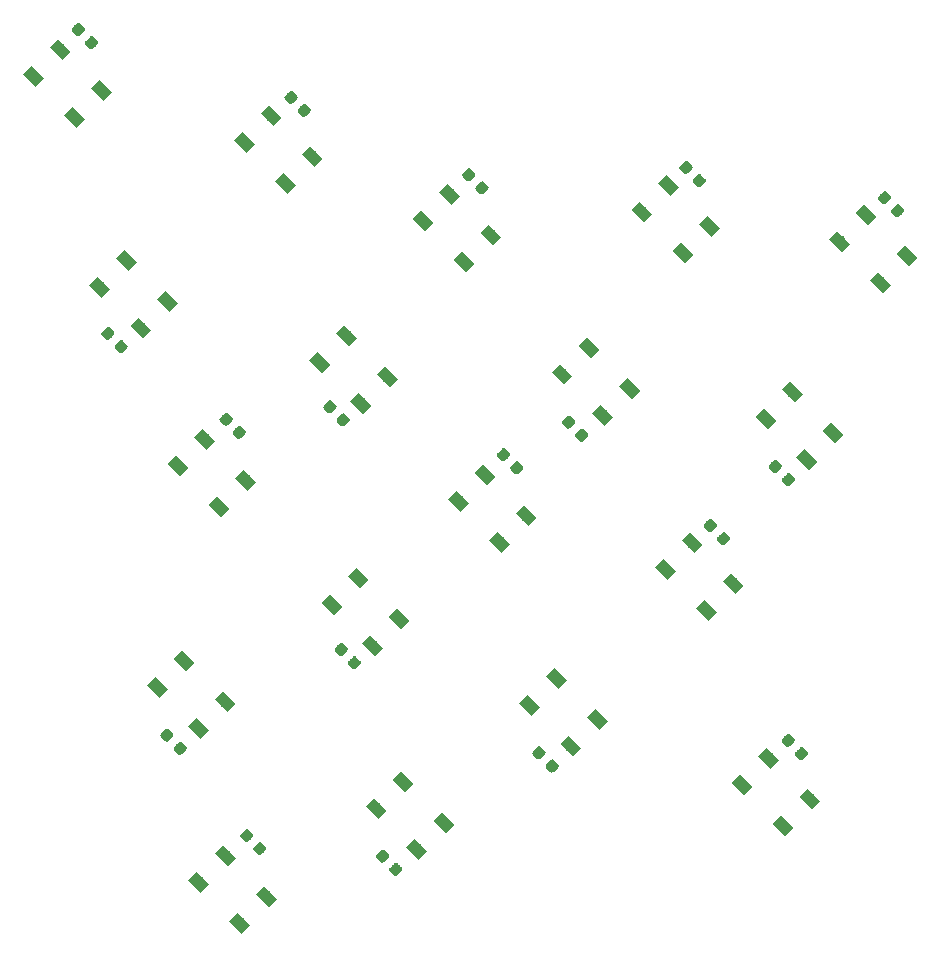
<source format=gtp>
G04 #@! TF.GenerationSoftware,KiCad,Pcbnew,5.1.4+dfsg1-1*
G04 #@! TF.CreationDate,2019-11-16T18:33:33+01:00*
G04 #@! TF.ProjectId,LED-Polyhedron,4c45442d-506f-46c7-9968-6564726f6e2e,rev?*
G04 #@! TF.SameCoordinates,Original*
G04 #@! TF.FileFunction,Paste,Top*
G04 #@! TF.FilePolarity,Positive*
%FSLAX46Y46*%
G04 Gerber Fmt 4.6, Leading zero omitted, Abs format (unit mm)*
G04 Created by KiCad (PCBNEW 5.1.4+dfsg1-1) date 2019-11-16 18:33:33*
%MOMM*%
%LPD*%
G04 APERTURE LIST*
%ADD10C,0.100000*%
%ADD11C,0.875000*%
%ADD12C,1.000000*%
G04 APERTURE END LIST*
D10*
G36*
X25241111Y-73139580D02*
G01*
X25262346Y-73142730D01*
X25283170Y-73147946D01*
X25303382Y-73155178D01*
X25322788Y-73164357D01*
X25341201Y-73175393D01*
X25358444Y-73188181D01*
X25374350Y-73202597D01*
X25683709Y-73511956D01*
X25698125Y-73527862D01*
X25710913Y-73545105D01*
X25721949Y-73563518D01*
X25731128Y-73582924D01*
X25738360Y-73603136D01*
X25743576Y-73623960D01*
X25746726Y-73645195D01*
X25747779Y-73666636D01*
X25746726Y-73688077D01*
X25743576Y-73709312D01*
X25738360Y-73730136D01*
X25731128Y-73750348D01*
X25721949Y-73769754D01*
X25710913Y-73788167D01*
X25698125Y-73805410D01*
X25683709Y-73821316D01*
X25321316Y-74183709D01*
X25305410Y-74198125D01*
X25288167Y-74210913D01*
X25269754Y-74221949D01*
X25250348Y-74231128D01*
X25230136Y-74238360D01*
X25209312Y-74243576D01*
X25188077Y-74246726D01*
X25166636Y-74247779D01*
X25145195Y-74246726D01*
X25123960Y-74243576D01*
X25103136Y-74238360D01*
X25082924Y-74231128D01*
X25063518Y-74221949D01*
X25045105Y-74210913D01*
X25027862Y-74198125D01*
X25011956Y-74183709D01*
X24702597Y-73874350D01*
X24688181Y-73858444D01*
X24675393Y-73841201D01*
X24664357Y-73822788D01*
X24655178Y-73803382D01*
X24647946Y-73783170D01*
X24642730Y-73762346D01*
X24639580Y-73741111D01*
X24638527Y-73719670D01*
X24639580Y-73698229D01*
X24642730Y-73676994D01*
X24647946Y-73656170D01*
X24655178Y-73635958D01*
X24664357Y-73616552D01*
X24675393Y-73598139D01*
X24688181Y-73580896D01*
X24702597Y-73564990D01*
X25064990Y-73202597D01*
X25080896Y-73188181D01*
X25098139Y-73175393D01*
X25116552Y-73164357D01*
X25135958Y-73155178D01*
X25156170Y-73147946D01*
X25176994Y-73142730D01*
X25198229Y-73139580D01*
X25219670Y-73138527D01*
X25241111Y-73139580D01*
X25241111Y-73139580D01*
G37*
D11*
X25193153Y-73693153D03*
D10*
G36*
X26354805Y-74253274D02*
G01*
X26376040Y-74256424D01*
X26396864Y-74261640D01*
X26417076Y-74268872D01*
X26436482Y-74278051D01*
X26454895Y-74289087D01*
X26472138Y-74301875D01*
X26488044Y-74316291D01*
X26797403Y-74625650D01*
X26811819Y-74641556D01*
X26824607Y-74658799D01*
X26835643Y-74677212D01*
X26844822Y-74696618D01*
X26852054Y-74716830D01*
X26857270Y-74737654D01*
X26860420Y-74758889D01*
X26861473Y-74780330D01*
X26860420Y-74801771D01*
X26857270Y-74823006D01*
X26852054Y-74843830D01*
X26844822Y-74864042D01*
X26835643Y-74883448D01*
X26824607Y-74901861D01*
X26811819Y-74919104D01*
X26797403Y-74935010D01*
X26435010Y-75297403D01*
X26419104Y-75311819D01*
X26401861Y-75324607D01*
X26383448Y-75335643D01*
X26364042Y-75344822D01*
X26343830Y-75352054D01*
X26323006Y-75357270D01*
X26301771Y-75360420D01*
X26280330Y-75361473D01*
X26258889Y-75360420D01*
X26237654Y-75357270D01*
X26216830Y-75352054D01*
X26196618Y-75344822D01*
X26177212Y-75335643D01*
X26158799Y-75324607D01*
X26141556Y-75311819D01*
X26125650Y-75297403D01*
X25816291Y-74988044D01*
X25801875Y-74972138D01*
X25789087Y-74954895D01*
X25778051Y-74936482D01*
X25768872Y-74917076D01*
X25761640Y-74896864D01*
X25756424Y-74876040D01*
X25753274Y-74854805D01*
X25752221Y-74833364D01*
X25753274Y-74811923D01*
X25756424Y-74790688D01*
X25761640Y-74769864D01*
X25768872Y-74749652D01*
X25778051Y-74730246D01*
X25789087Y-74711833D01*
X25801875Y-74694590D01*
X25816291Y-74678684D01*
X26178684Y-74316291D01*
X26194590Y-74301875D01*
X26211833Y-74289087D01*
X26230246Y-74278051D01*
X26249652Y-74268872D01*
X26269864Y-74261640D01*
X26290688Y-74256424D01*
X26311923Y-74253274D01*
X26333364Y-74252221D01*
X26354805Y-74253274D01*
X26354805Y-74253274D01*
G37*
D11*
X26306847Y-74806847D03*
D10*
G36*
X72197958Y-66196427D02*
G01*
X72219193Y-66199577D01*
X72240017Y-66204793D01*
X72260229Y-66212025D01*
X72279635Y-66221204D01*
X72298048Y-66232240D01*
X72315291Y-66245028D01*
X72331197Y-66259444D01*
X72640556Y-66568803D01*
X72654972Y-66584709D01*
X72667760Y-66601952D01*
X72678796Y-66620365D01*
X72687975Y-66639771D01*
X72695207Y-66659983D01*
X72700423Y-66680807D01*
X72703573Y-66702042D01*
X72704626Y-66723483D01*
X72703573Y-66744924D01*
X72700423Y-66766159D01*
X72695207Y-66786983D01*
X72687975Y-66807195D01*
X72678796Y-66826601D01*
X72667760Y-66845014D01*
X72654972Y-66862257D01*
X72640556Y-66878163D01*
X72278163Y-67240556D01*
X72262257Y-67254972D01*
X72245014Y-67267760D01*
X72226601Y-67278796D01*
X72207195Y-67287975D01*
X72186983Y-67295207D01*
X72166159Y-67300423D01*
X72144924Y-67303573D01*
X72123483Y-67304626D01*
X72102042Y-67303573D01*
X72080807Y-67300423D01*
X72059983Y-67295207D01*
X72039771Y-67287975D01*
X72020365Y-67278796D01*
X72001952Y-67267760D01*
X71984709Y-67254972D01*
X71968803Y-67240556D01*
X71659444Y-66931197D01*
X71645028Y-66915291D01*
X71632240Y-66898048D01*
X71621204Y-66879635D01*
X71612025Y-66860229D01*
X71604793Y-66840017D01*
X71599577Y-66819193D01*
X71596427Y-66797958D01*
X71595374Y-66776517D01*
X71596427Y-66755076D01*
X71599577Y-66733841D01*
X71604793Y-66713017D01*
X71612025Y-66692805D01*
X71621204Y-66673399D01*
X71632240Y-66654986D01*
X71645028Y-66637743D01*
X71659444Y-66621837D01*
X72021837Y-66259444D01*
X72037743Y-66245028D01*
X72054986Y-66232240D01*
X72073399Y-66221204D01*
X72092805Y-66212025D01*
X72113017Y-66204793D01*
X72133841Y-66199577D01*
X72155076Y-66196427D01*
X72176517Y-66195374D01*
X72197958Y-66196427D01*
X72197958Y-66196427D01*
G37*
D11*
X72150000Y-66750000D03*
D10*
G36*
X71084264Y-65082733D02*
G01*
X71105499Y-65085883D01*
X71126323Y-65091099D01*
X71146535Y-65098331D01*
X71165941Y-65107510D01*
X71184354Y-65118546D01*
X71201597Y-65131334D01*
X71217503Y-65145750D01*
X71526862Y-65455109D01*
X71541278Y-65471015D01*
X71554066Y-65488258D01*
X71565102Y-65506671D01*
X71574281Y-65526077D01*
X71581513Y-65546289D01*
X71586729Y-65567113D01*
X71589879Y-65588348D01*
X71590932Y-65609789D01*
X71589879Y-65631230D01*
X71586729Y-65652465D01*
X71581513Y-65673289D01*
X71574281Y-65693501D01*
X71565102Y-65712907D01*
X71554066Y-65731320D01*
X71541278Y-65748563D01*
X71526862Y-65764469D01*
X71164469Y-66126862D01*
X71148563Y-66141278D01*
X71131320Y-66154066D01*
X71112907Y-66165102D01*
X71093501Y-66174281D01*
X71073289Y-66181513D01*
X71052465Y-66186729D01*
X71031230Y-66189879D01*
X71009789Y-66190932D01*
X70988348Y-66189879D01*
X70967113Y-66186729D01*
X70946289Y-66181513D01*
X70926077Y-66174281D01*
X70906671Y-66165102D01*
X70888258Y-66154066D01*
X70871015Y-66141278D01*
X70855109Y-66126862D01*
X70545750Y-65817503D01*
X70531334Y-65801597D01*
X70518546Y-65784354D01*
X70507510Y-65765941D01*
X70498331Y-65746535D01*
X70491099Y-65726323D01*
X70485883Y-65705499D01*
X70482733Y-65684264D01*
X70481680Y-65662823D01*
X70482733Y-65641382D01*
X70485883Y-65620147D01*
X70491099Y-65599323D01*
X70498331Y-65579111D01*
X70507510Y-65559705D01*
X70518546Y-65541292D01*
X70531334Y-65524049D01*
X70545750Y-65508143D01*
X70908143Y-65145750D01*
X70924049Y-65131334D01*
X70941292Y-65118546D01*
X70959705Y-65107510D01*
X70979111Y-65098331D01*
X70999323Y-65091099D01*
X71020147Y-65085883D01*
X71041382Y-65082733D01*
X71062823Y-65081680D01*
X71084264Y-65082733D01*
X71084264Y-65082733D01*
G37*
D11*
X71036306Y-65636306D03*
D10*
G36*
X37854805Y-76003274D02*
G01*
X37876040Y-76006424D01*
X37896864Y-76011640D01*
X37917076Y-76018872D01*
X37936482Y-76028051D01*
X37954895Y-76039087D01*
X37972138Y-76051875D01*
X37988044Y-76066291D01*
X38297403Y-76375650D01*
X38311819Y-76391556D01*
X38324607Y-76408799D01*
X38335643Y-76427212D01*
X38344822Y-76446618D01*
X38352054Y-76466830D01*
X38357270Y-76487654D01*
X38360420Y-76508889D01*
X38361473Y-76530330D01*
X38360420Y-76551771D01*
X38357270Y-76573006D01*
X38352054Y-76593830D01*
X38344822Y-76614042D01*
X38335643Y-76633448D01*
X38324607Y-76651861D01*
X38311819Y-76669104D01*
X38297403Y-76685010D01*
X37935010Y-77047403D01*
X37919104Y-77061819D01*
X37901861Y-77074607D01*
X37883448Y-77085643D01*
X37864042Y-77094822D01*
X37843830Y-77102054D01*
X37823006Y-77107270D01*
X37801771Y-77110420D01*
X37780330Y-77111473D01*
X37758889Y-77110420D01*
X37737654Y-77107270D01*
X37716830Y-77102054D01*
X37696618Y-77094822D01*
X37677212Y-77085643D01*
X37658799Y-77074607D01*
X37641556Y-77061819D01*
X37625650Y-77047403D01*
X37316291Y-76738044D01*
X37301875Y-76722138D01*
X37289087Y-76704895D01*
X37278051Y-76686482D01*
X37268872Y-76667076D01*
X37261640Y-76646864D01*
X37256424Y-76626040D01*
X37253274Y-76604805D01*
X37252221Y-76583364D01*
X37253274Y-76561923D01*
X37256424Y-76540688D01*
X37261640Y-76519864D01*
X37268872Y-76499652D01*
X37278051Y-76480246D01*
X37289087Y-76461833D01*
X37301875Y-76444590D01*
X37316291Y-76428684D01*
X37678684Y-76066291D01*
X37694590Y-76051875D01*
X37711833Y-76039087D01*
X37730246Y-76028051D01*
X37749652Y-76018872D01*
X37769864Y-76011640D01*
X37790688Y-76006424D01*
X37811923Y-76003274D01*
X37833364Y-76002221D01*
X37854805Y-76003274D01*
X37854805Y-76003274D01*
G37*
D11*
X37806847Y-76556847D03*
D10*
G36*
X36741111Y-74889580D02*
G01*
X36762346Y-74892730D01*
X36783170Y-74897946D01*
X36803382Y-74905178D01*
X36822788Y-74914357D01*
X36841201Y-74925393D01*
X36858444Y-74938181D01*
X36874350Y-74952597D01*
X37183709Y-75261956D01*
X37198125Y-75277862D01*
X37210913Y-75295105D01*
X37221949Y-75313518D01*
X37231128Y-75332924D01*
X37238360Y-75353136D01*
X37243576Y-75373960D01*
X37246726Y-75395195D01*
X37247779Y-75416636D01*
X37246726Y-75438077D01*
X37243576Y-75459312D01*
X37238360Y-75480136D01*
X37231128Y-75500348D01*
X37221949Y-75519754D01*
X37210913Y-75538167D01*
X37198125Y-75555410D01*
X37183709Y-75571316D01*
X36821316Y-75933709D01*
X36805410Y-75948125D01*
X36788167Y-75960913D01*
X36769754Y-75971949D01*
X36750348Y-75981128D01*
X36730136Y-75988360D01*
X36709312Y-75993576D01*
X36688077Y-75996726D01*
X36666636Y-75997779D01*
X36645195Y-75996726D01*
X36623960Y-75993576D01*
X36603136Y-75988360D01*
X36582924Y-75981128D01*
X36563518Y-75971949D01*
X36545105Y-75960913D01*
X36527862Y-75948125D01*
X36511956Y-75933709D01*
X36202597Y-75624350D01*
X36188181Y-75608444D01*
X36175393Y-75591201D01*
X36164357Y-75572788D01*
X36155178Y-75553382D01*
X36147946Y-75533170D01*
X36142730Y-75512346D01*
X36139580Y-75491111D01*
X36138527Y-75469670D01*
X36139580Y-75448229D01*
X36142730Y-75426994D01*
X36147946Y-75406170D01*
X36155178Y-75385958D01*
X36164357Y-75366552D01*
X36175393Y-75348139D01*
X36188181Y-75330896D01*
X36202597Y-75314990D01*
X36564990Y-74952597D01*
X36580896Y-74938181D01*
X36598139Y-74925393D01*
X36616552Y-74914357D01*
X36635958Y-74905178D01*
X36656170Y-74897946D01*
X36676994Y-74892730D01*
X36698229Y-74889580D01*
X36719670Y-74888527D01*
X36741111Y-74889580D01*
X36741111Y-74889580D01*
G37*
D11*
X36693153Y-75443153D03*
D12*
X70601041Y-72863782D03*
D10*
G36*
X69717158Y-72687005D02*
G01*
X70424264Y-71979899D01*
X71484924Y-73040559D01*
X70777818Y-73747665D01*
X69717158Y-72687005D01*
X69717158Y-72687005D01*
G37*
D12*
X72863782Y-70601041D03*
D10*
G36*
X71979899Y-70424264D02*
G01*
X72687005Y-69717158D01*
X73747665Y-70777818D01*
X73040559Y-71484924D01*
X71979899Y-70424264D01*
X71979899Y-70424264D01*
G37*
D12*
X67136218Y-69398959D03*
D10*
G36*
X66252335Y-69222182D02*
G01*
X66959441Y-68515076D01*
X68020101Y-69575736D01*
X67312995Y-70282842D01*
X66252335Y-69222182D01*
X66252335Y-69222182D01*
G37*
D12*
X69398959Y-67136218D03*
D10*
G36*
X68515076Y-66959441D02*
G01*
X69222182Y-66252335D01*
X70282842Y-67312995D01*
X69575736Y-68020101D01*
X68515076Y-66959441D01*
X68515076Y-66959441D01*
G37*
D12*
X23398959Y-75386218D03*
D10*
G36*
X22515076Y-75209441D02*
G01*
X23222182Y-74502335D01*
X24282842Y-75562995D01*
X23575736Y-76270101D01*
X22515076Y-75209441D01*
X22515076Y-75209441D01*
G37*
D12*
X21136218Y-77648959D03*
D10*
G36*
X20252335Y-77472182D02*
G01*
X20959441Y-76765076D01*
X22020101Y-77825736D01*
X21312995Y-78532842D01*
X20252335Y-77472182D01*
X20252335Y-77472182D01*
G37*
D12*
X26863782Y-78851041D03*
D10*
G36*
X25979899Y-78674264D02*
G01*
X26687005Y-77967158D01*
X27747665Y-79027818D01*
X27040559Y-79734924D01*
X25979899Y-78674264D01*
X25979899Y-78674264D01*
G37*
D12*
X24601041Y-81113782D03*
D10*
G36*
X23717158Y-80937005D02*
G01*
X24424264Y-80229899D01*
X25484924Y-81290559D01*
X24777818Y-81997665D01*
X23717158Y-80937005D01*
X23717158Y-80937005D01*
G37*
D12*
X38398959Y-69136218D03*
D10*
G36*
X39282842Y-69312995D02*
G01*
X38575736Y-70020101D01*
X37515076Y-68959441D01*
X38222182Y-68252335D01*
X39282842Y-69312995D01*
X39282842Y-69312995D01*
G37*
D12*
X36136218Y-71398959D03*
D10*
G36*
X37020101Y-71575736D02*
G01*
X36312995Y-72282842D01*
X35252335Y-71222182D01*
X35959441Y-70515076D01*
X37020101Y-71575736D01*
X37020101Y-71575736D01*
G37*
D12*
X41863782Y-72601041D03*
D10*
G36*
X42747665Y-72777818D02*
G01*
X42040559Y-73484924D01*
X40979899Y-72424264D01*
X41687005Y-71717158D01*
X42747665Y-72777818D01*
X42747665Y-72777818D01*
G37*
D12*
X39601041Y-74863782D03*
D10*
G36*
X40484924Y-75040559D02*
G01*
X39777818Y-75747665D01*
X38717158Y-74687005D01*
X39424264Y-73979899D01*
X40484924Y-75040559D01*
X40484924Y-75040559D01*
G37*
G36*
X62434264Y-16582733D02*
G01*
X62455499Y-16585883D01*
X62476323Y-16591099D01*
X62496535Y-16598331D01*
X62515941Y-16607510D01*
X62534354Y-16618546D01*
X62551597Y-16631334D01*
X62567503Y-16645750D01*
X62876862Y-16955109D01*
X62891278Y-16971015D01*
X62904066Y-16988258D01*
X62915102Y-17006671D01*
X62924281Y-17026077D01*
X62931513Y-17046289D01*
X62936729Y-17067113D01*
X62939879Y-17088348D01*
X62940932Y-17109789D01*
X62939879Y-17131230D01*
X62936729Y-17152465D01*
X62931513Y-17173289D01*
X62924281Y-17193501D01*
X62915102Y-17212907D01*
X62904066Y-17231320D01*
X62891278Y-17248563D01*
X62876862Y-17264469D01*
X62514469Y-17626862D01*
X62498563Y-17641278D01*
X62481320Y-17654066D01*
X62462907Y-17665102D01*
X62443501Y-17674281D01*
X62423289Y-17681513D01*
X62402465Y-17686729D01*
X62381230Y-17689879D01*
X62359789Y-17690932D01*
X62338348Y-17689879D01*
X62317113Y-17686729D01*
X62296289Y-17681513D01*
X62276077Y-17674281D01*
X62256671Y-17665102D01*
X62238258Y-17654066D01*
X62221015Y-17641278D01*
X62205109Y-17626862D01*
X61895750Y-17317503D01*
X61881334Y-17301597D01*
X61868546Y-17284354D01*
X61857510Y-17265941D01*
X61848331Y-17246535D01*
X61841099Y-17226323D01*
X61835883Y-17205499D01*
X61832733Y-17184264D01*
X61831680Y-17162823D01*
X61832733Y-17141382D01*
X61835883Y-17120147D01*
X61841099Y-17099323D01*
X61848331Y-17079111D01*
X61857510Y-17059705D01*
X61868546Y-17041292D01*
X61881334Y-17024049D01*
X61895750Y-17008143D01*
X62258143Y-16645750D01*
X62274049Y-16631334D01*
X62291292Y-16618546D01*
X62309705Y-16607510D01*
X62329111Y-16598331D01*
X62349323Y-16591099D01*
X62370147Y-16585883D01*
X62391382Y-16582733D01*
X62412823Y-16581680D01*
X62434264Y-16582733D01*
X62434264Y-16582733D01*
G37*
D11*
X62386306Y-17136306D03*
D10*
G36*
X63547958Y-17696427D02*
G01*
X63569193Y-17699577D01*
X63590017Y-17704793D01*
X63610229Y-17712025D01*
X63629635Y-17721204D01*
X63648048Y-17732240D01*
X63665291Y-17745028D01*
X63681197Y-17759444D01*
X63990556Y-18068803D01*
X64004972Y-18084709D01*
X64017760Y-18101952D01*
X64028796Y-18120365D01*
X64037975Y-18139771D01*
X64045207Y-18159983D01*
X64050423Y-18180807D01*
X64053573Y-18202042D01*
X64054626Y-18223483D01*
X64053573Y-18244924D01*
X64050423Y-18266159D01*
X64045207Y-18286983D01*
X64037975Y-18307195D01*
X64028796Y-18326601D01*
X64017760Y-18345014D01*
X64004972Y-18362257D01*
X63990556Y-18378163D01*
X63628163Y-18740556D01*
X63612257Y-18754972D01*
X63595014Y-18767760D01*
X63576601Y-18778796D01*
X63557195Y-18787975D01*
X63536983Y-18795207D01*
X63516159Y-18800423D01*
X63494924Y-18803573D01*
X63473483Y-18804626D01*
X63452042Y-18803573D01*
X63430807Y-18800423D01*
X63409983Y-18795207D01*
X63389771Y-18787975D01*
X63370365Y-18778796D01*
X63351952Y-18767760D01*
X63334709Y-18754972D01*
X63318803Y-18740556D01*
X63009444Y-18431197D01*
X62995028Y-18415291D01*
X62982240Y-18398048D01*
X62971204Y-18379635D01*
X62962025Y-18360229D01*
X62954793Y-18340017D01*
X62949577Y-18319193D01*
X62946427Y-18297958D01*
X62945374Y-18276517D01*
X62946427Y-18255076D01*
X62949577Y-18233841D01*
X62954793Y-18213017D01*
X62962025Y-18192805D01*
X62971204Y-18173399D01*
X62982240Y-18154986D01*
X62995028Y-18137743D01*
X63009444Y-18121837D01*
X63371837Y-17759444D01*
X63387743Y-17745028D01*
X63404986Y-17732240D01*
X63423399Y-17721204D01*
X63442805Y-17712025D01*
X63463017Y-17704793D01*
X63483841Y-17699577D01*
X63505076Y-17696427D01*
X63526517Y-17695374D01*
X63547958Y-17696427D01*
X63547958Y-17696427D01*
G37*
D11*
X63500000Y-18250000D03*
D10*
G36*
X33241111Y-57389580D02*
G01*
X33262346Y-57392730D01*
X33283170Y-57397946D01*
X33303382Y-57405178D01*
X33322788Y-57414357D01*
X33341201Y-57425393D01*
X33358444Y-57438181D01*
X33374350Y-57452597D01*
X33683709Y-57761956D01*
X33698125Y-57777862D01*
X33710913Y-57795105D01*
X33721949Y-57813518D01*
X33731128Y-57832924D01*
X33738360Y-57853136D01*
X33743576Y-57873960D01*
X33746726Y-57895195D01*
X33747779Y-57916636D01*
X33746726Y-57938077D01*
X33743576Y-57959312D01*
X33738360Y-57980136D01*
X33731128Y-58000348D01*
X33721949Y-58019754D01*
X33710913Y-58038167D01*
X33698125Y-58055410D01*
X33683709Y-58071316D01*
X33321316Y-58433709D01*
X33305410Y-58448125D01*
X33288167Y-58460913D01*
X33269754Y-58471949D01*
X33250348Y-58481128D01*
X33230136Y-58488360D01*
X33209312Y-58493576D01*
X33188077Y-58496726D01*
X33166636Y-58497779D01*
X33145195Y-58496726D01*
X33123960Y-58493576D01*
X33103136Y-58488360D01*
X33082924Y-58481128D01*
X33063518Y-58471949D01*
X33045105Y-58460913D01*
X33027862Y-58448125D01*
X33011956Y-58433709D01*
X32702597Y-58124350D01*
X32688181Y-58108444D01*
X32675393Y-58091201D01*
X32664357Y-58072788D01*
X32655178Y-58053382D01*
X32647946Y-58033170D01*
X32642730Y-58012346D01*
X32639580Y-57991111D01*
X32638527Y-57969670D01*
X32639580Y-57948229D01*
X32642730Y-57926994D01*
X32647946Y-57906170D01*
X32655178Y-57885958D01*
X32664357Y-57866552D01*
X32675393Y-57848139D01*
X32688181Y-57830896D01*
X32702597Y-57814990D01*
X33064990Y-57452597D01*
X33080896Y-57438181D01*
X33098139Y-57425393D01*
X33116552Y-57414357D01*
X33135958Y-57405178D01*
X33156170Y-57397946D01*
X33176994Y-57392730D01*
X33198229Y-57389580D01*
X33219670Y-57388527D01*
X33241111Y-57389580D01*
X33241111Y-57389580D01*
G37*
D11*
X33193153Y-57943153D03*
D10*
G36*
X34354805Y-58503274D02*
G01*
X34376040Y-58506424D01*
X34396864Y-58511640D01*
X34417076Y-58518872D01*
X34436482Y-58528051D01*
X34454895Y-58539087D01*
X34472138Y-58551875D01*
X34488044Y-58566291D01*
X34797403Y-58875650D01*
X34811819Y-58891556D01*
X34824607Y-58908799D01*
X34835643Y-58927212D01*
X34844822Y-58946618D01*
X34852054Y-58966830D01*
X34857270Y-58987654D01*
X34860420Y-59008889D01*
X34861473Y-59030330D01*
X34860420Y-59051771D01*
X34857270Y-59073006D01*
X34852054Y-59093830D01*
X34844822Y-59114042D01*
X34835643Y-59133448D01*
X34824607Y-59151861D01*
X34811819Y-59169104D01*
X34797403Y-59185010D01*
X34435010Y-59547403D01*
X34419104Y-59561819D01*
X34401861Y-59574607D01*
X34383448Y-59585643D01*
X34364042Y-59594822D01*
X34343830Y-59602054D01*
X34323006Y-59607270D01*
X34301771Y-59610420D01*
X34280330Y-59611473D01*
X34258889Y-59610420D01*
X34237654Y-59607270D01*
X34216830Y-59602054D01*
X34196618Y-59594822D01*
X34177212Y-59585643D01*
X34158799Y-59574607D01*
X34141556Y-59561819D01*
X34125650Y-59547403D01*
X33816291Y-59238044D01*
X33801875Y-59222138D01*
X33789087Y-59204895D01*
X33778051Y-59186482D01*
X33768872Y-59167076D01*
X33761640Y-59146864D01*
X33756424Y-59126040D01*
X33753274Y-59104805D01*
X33752221Y-59083364D01*
X33753274Y-59061923D01*
X33756424Y-59040688D01*
X33761640Y-59019864D01*
X33768872Y-58999652D01*
X33778051Y-58980246D01*
X33789087Y-58961833D01*
X33801875Y-58944590D01*
X33816291Y-58928684D01*
X34178684Y-58566291D01*
X34194590Y-58551875D01*
X34211833Y-58539087D01*
X34230246Y-58528051D01*
X34249652Y-58518872D01*
X34269864Y-58511640D01*
X34290688Y-58506424D01*
X34311923Y-58503274D01*
X34333364Y-58502221D01*
X34354805Y-58503274D01*
X34354805Y-58503274D01*
G37*
D11*
X34306847Y-59056847D03*
D10*
G36*
X19604805Y-65753274D02*
G01*
X19626040Y-65756424D01*
X19646864Y-65761640D01*
X19667076Y-65768872D01*
X19686482Y-65778051D01*
X19704895Y-65789087D01*
X19722138Y-65801875D01*
X19738044Y-65816291D01*
X20047403Y-66125650D01*
X20061819Y-66141556D01*
X20074607Y-66158799D01*
X20085643Y-66177212D01*
X20094822Y-66196618D01*
X20102054Y-66216830D01*
X20107270Y-66237654D01*
X20110420Y-66258889D01*
X20111473Y-66280330D01*
X20110420Y-66301771D01*
X20107270Y-66323006D01*
X20102054Y-66343830D01*
X20094822Y-66364042D01*
X20085643Y-66383448D01*
X20074607Y-66401861D01*
X20061819Y-66419104D01*
X20047403Y-66435010D01*
X19685010Y-66797403D01*
X19669104Y-66811819D01*
X19651861Y-66824607D01*
X19633448Y-66835643D01*
X19614042Y-66844822D01*
X19593830Y-66852054D01*
X19573006Y-66857270D01*
X19551771Y-66860420D01*
X19530330Y-66861473D01*
X19508889Y-66860420D01*
X19487654Y-66857270D01*
X19466830Y-66852054D01*
X19446618Y-66844822D01*
X19427212Y-66835643D01*
X19408799Y-66824607D01*
X19391556Y-66811819D01*
X19375650Y-66797403D01*
X19066291Y-66488044D01*
X19051875Y-66472138D01*
X19039087Y-66454895D01*
X19028051Y-66436482D01*
X19018872Y-66417076D01*
X19011640Y-66396864D01*
X19006424Y-66376040D01*
X19003274Y-66354805D01*
X19002221Y-66333364D01*
X19003274Y-66311923D01*
X19006424Y-66290688D01*
X19011640Y-66269864D01*
X19018872Y-66249652D01*
X19028051Y-66230246D01*
X19039087Y-66211833D01*
X19051875Y-66194590D01*
X19066291Y-66178684D01*
X19428684Y-65816291D01*
X19444590Y-65801875D01*
X19461833Y-65789087D01*
X19480246Y-65778051D01*
X19499652Y-65768872D01*
X19519864Y-65761640D01*
X19540688Y-65756424D01*
X19561923Y-65753274D01*
X19583364Y-65752221D01*
X19604805Y-65753274D01*
X19604805Y-65753274D01*
G37*
D11*
X19556847Y-66306847D03*
D10*
G36*
X18491111Y-64639580D02*
G01*
X18512346Y-64642730D01*
X18533170Y-64647946D01*
X18553382Y-64655178D01*
X18572788Y-64664357D01*
X18591201Y-64675393D01*
X18608444Y-64688181D01*
X18624350Y-64702597D01*
X18933709Y-65011956D01*
X18948125Y-65027862D01*
X18960913Y-65045105D01*
X18971949Y-65063518D01*
X18981128Y-65082924D01*
X18988360Y-65103136D01*
X18993576Y-65123960D01*
X18996726Y-65145195D01*
X18997779Y-65166636D01*
X18996726Y-65188077D01*
X18993576Y-65209312D01*
X18988360Y-65230136D01*
X18981128Y-65250348D01*
X18971949Y-65269754D01*
X18960913Y-65288167D01*
X18948125Y-65305410D01*
X18933709Y-65321316D01*
X18571316Y-65683709D01*
X18555410Y-65698125D01*
X18538167Y-65710913D01*
X18519754Y-65721949D01*
X18500348Y-65731128D01*
X18480136Y-65738360D01*
X18459312Y-65743576D01*
X18438077Y-65746726D01*
X18416636Y-65747779D01*
X18395195Y-65746726D01*
X18373960Y-65743576D01*
X18353136Y-65738360D01*
X18332924Y-65731128D01*
X18313518Y-65721949D01*
X18295105Y-65710913D01*
X18277862Y-65698125D01*
X18261956Y-65683709D01*
X17952597Y-65374350D01*
X17938181Y-65358444D01*
X17925393Y-65341201D01*
X17914357Y-65322788D01*
X17905178Y-65303382D01*
X17897946Y-65283170D01*
X17892730Y-65262346D01*
X17889580Y-65241111D01*
X17888527Y-65219670D01*
X17889580Y-65198229D01*
X17892730Y-65176994D01*
X17897946Y-65156170D01*
X17905178Y-65135958D01*
X17914357Y-65116552D01*
X17925393Y-65098139D01*
X17938181Y-65080896D01*
X17952597Y-65064990D01*
X18314990Y-64702597D01*
X18330896Y-64688181D01*
X18348139Y-64675393D01*
X18366552Y-64664357D01*
X18385958Y-64655178D01*
X18406170Y-64647946D01*
X18426994Y-64642730D01*
X18448229Y-64639580D01*
X18469670Y-64638527D01*
X18491111Y-64639580D01*
X18491111Y-64639580D01*
G37*
D11*
X18443153Y-65193153D03*
D10*
G36*
X24604805Y-39003274D02*
G01*
X24626040Y-39006424D01*
X24646864Y-39011640D01*
X24667076Y-39018872D01*
X24686482Y-39028051D01*
X24704895Y-39039087D01*
X24722138Y-39051875D01*
X24738044Y-39066291D01*
X25047403Y-39375650D01*
X25061819Y-39391556D01*
X25074607Y-39408799D01*
X25085643Y-39427212D01*
X25094822Y-39446618D01*
X25102054Y-39466830D01*
X25107270Y-39487654D01*
X25110420Y-39508889D01*
X25111473Y-39530330D01*
X25110420Y-39551771D01*
X25107270Y-39573006D01*
X25102054Y-39593830D01*
X25094822Y-39614042D01*
X25085643Y-39633448D01*
X25074607Y-39651861D01*
X25061819Y-39669104D01*
X25047403Y-39685010D01*
X24685010Y-40047403D01*
X24669104Y-40061819D01*
X24651861Y-40074607D01*
X24633448Y-40085643D01*
X24614042Y-40094822D01*
X24593830Y-40102054D01*
X24573006Y-40107270D01*
X24551771Y-40110420D01*
X24530330Y-40111473D01*
X24508889Y-40110420D01*
X24487654Y-40107270D01*
X24466830Y-40102054D01*
X24446618Y-40094822D01*
X24427212Y-40085643D01*
X24408799Y-40074607D01*
X24391556Y-40061819D01*
X24375650Y-40047403D01*
X24066291Y-39738044D01*
X24051875Y-39722138D01*
X24039087Y-39704895D01*
X24028051Y-39686482D01*
X24018872Y-39667076D01*
X24011640Y-39646864D01*
X24006424Y-39626040D01*
X24003274Y-39604805D01*
X24002221Y-39583364D01*
X24003274Y-39561923D01*
X24006424Y-39540688D01*
X24011640Y-39519864D01*
X24018872Y-39499652D01*
X24028051Y-39480246D01*
X24039087Y-39461833D01*
X24051875Y-39444590D01*
X24066291Y-39428684D01*
X24428684Y-39066291D01*
X24444590Y-39051875D01*
X24461833Y-39039087D01*
X24480246Y-39028051D01*
X24499652Y-39018872D01*
X24519864Y-39011640D01*
X24540688Y-39006424D01*
X24561923Y-39003274D01*
X24583364Y-39002221D01*
X24604805Y-39003274D01*
X24604805Y-39003274D01*
G37*
D11*
X24556847Y-39556847D03*
D10*
G36*
X23491111Y-37889580D02*
G01*
X23512346Y-37892730D01*
X23533170Y-37897946D01*
X23553382Y-37905178D01*
X23572788Y-37914357D01*
X23591201Y-37925393D01*
X23608444Y-37938181D01*
X23624350Y-37952597D01*
X23933709Y-38261956D01*
X23948125Y-38277862D01*
X23960913Y-38295105D01*
X23971949Y-38313518D01*
X23981128Y-38332924D01*
X23988360Y-38353136D01*
X23993576Y-38373960D01*
X23996726Y-38395195D01*
X23997779Y-38416636D01*
X23996726Y-38438077D01*
X23993576Y-38459312D01*
X23988360Y-38480136D01*
X23981128Y-38500348D01*
X23971949Y-38519754D01*
X23960913Y-38538167D01*
X23948125Y-38555410D01*
X23933709Y-38571316D01*
X23571316Y-38933709D01*
X23555410Y-38948125D01*
X23538167Y-38960913D01*
X23519754Y-38971949D01*
X23500348Y-38981128D01*
X23480136Y-38988360D01*
X23459312Y-38993576D01*
X23438077Y-38996726D01*
X23416636Y-38997779D01*
X23395195Y-38996726D01*
X23373960Y-38993576D01*
X23353136Y-38988360D01*
X23332924Y-38981128D01*
X23313518Y-38971949D01*
X23295105Y-38960913D01*
X23277862Y-38948125D01*
X23261956Y-38933709D01*
X22952597Y-38624350D01*
X22938181Y-38608444D01*
X22925393Y-38591201D01*
X22914357Y-38572788D01*
X22905178Y-38553382D01*
X22897946Y-38533170D01*
X22892730Y-38512346D01*
X22889580Y-38491111D01*
X22888527Y-38469670D01*
X22889580Y-38448229D01*
X22892730Y-38426994D01*
X22897946Y-38406170D01*
X22905178Y-38385958D01*
X22914357Y-38366552D01*
X22925393Y-38348139D01*
X22938181Y-38330896D01*
X22952597Y-38314990D01*
X23314990Y-37952597D01*
X23330896Y-37938181D01*
X23348139Y-37925393D01*
X23366552Y-37914357D01*
X23385958Y-37905178D01*
X23406170Y-37897946D01*
X23426994Y-37892730D01*
X23448229Y-37889580D01*
X23469670Y-37888527D01*
X23491111Y-37889580D01*
X23491111Y-37889580D01*
G37*
D11*
X23443153Y-38443153D03*
D10*
G36*
X46991111Y-40889580D02*
G01*
X47012346Y-40892730D01*
X47033170Y-40897946D01*
X47053382Y-40905178D01*
X47072788Y-40914357D01*
X47091201Y-40925393D01*
X47108444Y-40938181D01*
X47124350Y-40952597D01*
X47433709Y-41261956D01*
X47448125Y-41277862D01*
X47460913Y-41295105D01*
X47471949Y-41313518D01*
X47481128Y-41332924D01*
X47488360Y-41353136D01*
X47493576Y-41373960D01*
X47496726Y-41395195D01*
X47497779Y-41416636D01*
X47496726Y-41438077D01*
X47493576Y-41459312D01*
X47488360Y-41480136D01*
X47481128Y-41500348D01*
X47471949Y-41519754D01*
X47460913Y-41538167D01*
X47448125Y-41555410D01*
X47433709Y-41571316D01*
X47071316Y-41933709D01*
X47055410Y-41948125D01*
X47038167Y-41960913D01*
X47019754Y-41971949D01*
X47000348Y-41981128D01*
X46980136Y-41988360D01*
X46959312Y-41993576D01*
X46938077Y-41996726D01*
X46916636Y-41997779D01*
X46895195Y-41996726D01*
X46873960Y-41993576D01*
X46853136Y-41988360D01*
X46832924Y-41981128D01*
X46813518Y-41971949D01*
X46795105Y-41960913D01*
X46777862Y-41948125D01*
X46761956Y-41933709D01*
X46452597Y-41624350D01*
X46438181Y-41608444D01*
X46425393Y-41591201D01*
X46414357Y-41572788D01*
X46405178Y-41553382D01*
X46397946Y-41533170D01*
X46392730Y-41512346D01*
X46389580Y-41491111D01*
X46388527Y-41469670D01*
X46389580Y-41448229D01*
X46392730Y-41426994D01*
X46397946Y-41406170D01*
X46405178Y-41385958D01*
X46414357Y-41366552D01*
X46425393Y-41348139D01*
X46438181Y-41330896D01*
X46452597Y-41314990D01*
X46814990Y-40952597D01*
X46830896Y-40938181D01*
X46848139Y-40925393D01*
X46866552Y-40914357D01*
X46885958Y-40905178D01*
X46906170Y-40897946D01*
X46926994Y-40892730D01*
X46948229Y-40889580D01*
X46969670Y-40888527D01*
X46991111Y-40889580D01*
X46991111Y-40889580D01*
G37*
D11*
X46943153Y-41443153D03*
D10*
G36*
X48104805Y-42003274D02*
G01*
X48126040Y-42006424D01*
X48146864Y-42011640D01*
X48167076Y-42018872D01*
X48186482Y-42028051D01*
X48204895Y-42039087D01*
X48222138Y-42051875D01*
X48238044Y-42066291D01*
X48547403Y-42375650D01*
X48561819Y-42391556D01*
X48574607Y-42408799D01*
X48585643Y-42427212D01*
X48594822Y-42446618D01*
X48602054Y-42466830D01*
X48607270Y-42487654D01*
X48610420Y-42508889D01*
X48611473Y-42530330D01*
X48610420Y-42551771D01*
X48607270Y-42573006D01*
X48602054Y-42593830D01*
X48594822Y-42614042D01*
X48585643Y-42633448D01*
X48574607Y-42651861D01*
X48561819Y-42669104D01*
X48547403Y-42685010D01*
X48185010Y-43047403D01*
X48169104Y-43061819D01*
X48151861Y-43074607D01*
X48133448Y-43085643D01*
X48114042Y-43094822D01*
X48093830Y-43102054D01*
X48073006Y-43107270D01*
X48051771Y-43110420D01*
X48030330Y-43111473D01*
X48008889Y-43110420D01*
X47987654Y-43107270D01*
X47966830Y-43102054D01*
X47946618Y-43094822D01*
X47927212Y-43085643D01*
X47908799Y-43074607D01*
X47891556Y-43061819D01*
X47875650Y-43047403D01*
X47566291Y-42738044D01*
X47551875Y-42722138D01*
X47539087Y-42704895D01*
X47528051Y-42686482D01*
X47518872Y-42667076D01*
X47511640Y-42646864D01*
X47506424Y-42626040D01*
X47503274Y-42604805D01*
X47502221Y-42583364D01*
X47503274Y-42561923D01*
X47506424Y-42540688D01*
X47511640Y-42519864D01*
X47518872Y-42499652D01*
X47528051Y-42480246D01*
X47539087Y-42461833D01*
X47551875Y-42444590D01*
X47566291Y-42428684D01*
X47928684Y-42066291D01*
X47944590Y-42051875D01*
X47961833Y-42039087D01*
X47980246Y-42028051D01*
X47999652Y-42018872D01*
X48019864Y-42011640D01*
X48040688Y-42006424D01*
X48061923Y-42003274D01*
X48083364Y-42002221D01*
X48104805Y-42003274D01*
X48104805Y-42003274D01*
G37*
D11*
X48056847Y-42556847D03*
D10*
G36*
X65604805Y-48003274D02*
G01*
X65626040Y-48006424D01*
X65646864Y-48011640D01*
X65667076Y-48018872D01*
X65686482Y-48028051D01*
X65704895Y-48039087D01*
X65722138Y-48051875D01*
X65738044Y-48066291D01*
X66047403Y-48375650D01*
X66061819Y-48391556D01*
X66074607Y-48408799D01*
X66085643Y-48427212D01*
X66094822Y-48446618D01*
X66102054Y-48466830D01*
X66107270Y-48487654D01*
X66110420Y-48508889D01*
X66111473Y-48530330D01*
X66110420Y-48551771D01*
X66107270Y-48573006D01*
X66102054Y-48593830D01*
X66094822Y-48614042D01*
X66085643Y-48633448D01*
X66074607Y-48651861D01*
X66061819Y-48669104D01*
X66047403Y-48685010D01*
X65685010Y-49047403D01*
X65669104Y-49061819D01*
X65651861Y-49074607D01*
X65633448Y-49085643D01*
X65614042Y-49094822D01*
X65593830Y-49102054D01*
X65573006Y-49107270D01*
X65551771Y-49110420D01*
X65530330Y-49111473D01*
X65508889Y-49110420D01*
X65487654Y-49107270D01*
X65466830Y-49102054D01*
X65446618Y-49094822D01*
X65427212Y-49085643D01*
X65408799Y-49074607D01*
X65391556Y-49061819D01*
X65375650Y-49047403D01*
X65066291Y-48738044D01*
X65051875Y-48722138D01*
X65039087Y-48704895D01*
X65028051Y-48686482D01*
X65018872Y-48667076D01*
X65011640Y-48646864D01*
X65006424Y-48626040D01*
X65003274Y-48604805D01*
X65002221Y-48583364D01*
X65003274Y-48561923D01*
X65006424Y-48540688D01*
X65011640Y-48519864D01*
X65018872Y-48499652D01*
X65028051Y-48480246D01*
X65039087Y-48461833D01*
X65051875Y-48444590D01*
X65066291Y-48428684D01*
X65428684Y-48066291D01*
X65444590Y-48051875D01*
X65461833Y-48039087D01*
X65480246Y-48028051D01*
X65499652Y-48018872D01*
X65519864Y-48011640D01*
X65540688Y-48006424D01*
X65561923Y-48003274D01*
X65583364Y-48002221D01*
X65604805Y-48003274D01*
X65604805Y-48003274D01*
G37*
D11*
X65556847Y-48556847D03*
D10*
G36*
X64491111Y-46889580D02*
G01*
X64512346Y-46892730D01*
X64533170Y-46897946D01*
X64553382Y-46905178D01*
X64572788Y-46914357D01*
X64591201Y-46925393D01*
X64608444Y-46938181D01*
X64624350Y-46952597D01*
X64933709Y-47261956D01*
X64948125Y-47277862D01*
X64960913Y-47295105D01*
X64971949Y-47313518D01*
X64981128Y-47332924D01*
X64988360Y-47353136D01*
X64993576Y-47373960D01*
X64996726Y-47395195D01*
X64997779Y-47416636D01*
X64996726Y-47438077D01*
X64993576Y-47459312D01*
X64988360Y-47480136D01*
X64981128Y-47500348D01*
X64971949Y-47519754D01*
X64960913Y-47538167D01*
X64948125Y-47555410D01*
X64933709Y-47571316D01*
X64571316Y-47933709D01*
X64555410Y-47948125D01*
X64538167Y-47960913D01*
X64519754Y-47971949D01*
X64500348Y-47981128D01*
X64480136Y-47988360D01*
X64459312Y-47993576D01*
X64438077Y-47996726D01*
X64416636Y-47997779D01*
X64395195Y-47996726D01*
X64373960Y-47993576D01*
X64353136Y-47988360D01*
X64332924Y-47981128D01*
X64313518Y-47971949D01*
X64295105Y-47960913D01*
X64277862Y-47948125D01*
X64261956Y-47933709D01*
X63952597Y-47624350D01*
X63938181Y-47608444D01*
X63925393Y-47591201D01*
X63914357Y-47572788D01*
X63905178Y-47553382D01*
X63897946Y-47533170D01*
X63892730Y-47512346D01*
X63889580Y-47491111D01*
X63888527Y-47469670D01*
X63889580Y-47448229D01*
X63892730Y-47426994D01*
X63897946Y-47406170D01*
X63905178Y-47385958D01*
X63914357Y-47366552D01*
X63925393Y-47348139D01*
X63938181Y-47330896D01*
X63952597Y-47314990D01*
X64314990Y-46952597D01*
X64330896Y-46938181D01*
X64348139Y-46925393D01*
X64366552Y-46914357D01*
X64385958Y-46905178D01*
X64406170Y-46897946D01*
X64426994Y-46892730D01*
X64448229Y-46889580D01*
X64469670Y-46888527D01*
X64491111Y-46889580D01*
X64491111Y-46889580D01*
G37*
D11*
X64443153Y-47443153D03*
D10*
G36*
X71104805Y-43003274D02*
G01*
X71126040Y-43006424D01*
X71146864Y-43011640D01*
X71167076Y-43018872D01*
X71186482Y-43028051D01*
X71204895Y-43039087D01*
X71222138Y-43051875D01*
X71238044Y-43066291D01*
X71547403Y-43375650D01*
X71561819Y-43391556D01*
X71574607Y-43408799D01*
X71585643Y-43427212D01*
X71594822Y-43446618D01*
X71602054Y-43466830D01*
X71607270Y-43487654D01*
X71610420Y-43508889D01*
X71611473Y-43530330D01*
X71610420Y-43551771D01*
X71607270Y-43573006D01*
X71602054Y-43593830D01*
X71594822Y-43614042D01*
X71585643Y-43633448D01*
X71574607Y-43651861D01*
X71561819Y-43669104D01*
X71547403Y-43685010D01*
X71185010Y-44047403D01*
X71169104Y-44061819D01*
X71151861Y-44074607D01*
X71133448Y-44085643D01*
X71114042Y-44094822D01*
X71093830Y-44102054D01*
X71073006Y-44107270D01*
X71051771Y-44110420D01*
X71030330Y-44111473D01*
X71008889Y-44110420D01*
X70987654Y-44107270D01*
X70966830Y-44102054D01*
X70946618Y-44094822D01*
X70927212Y-44085643D01*
X70908799Y-44074607D01*
X70891556Y-44061819D01*
X70875650Y-44047403D01*
X70566291Y-43738044D01*
X70551875Y-43722138D01*
X70539087Y-43704895D01*
X70528051Y-43686482D01*
X70518872Y-43667076D01*
X70511640Y-43646864D01*
X70506424Y-43626040D01*
X70503274Y-43604805D01*
X70502221Y-43583364D01*
X70503274Y-43561923D01*
X70506424Y-43540688D01*
X70511640Y-43519864D01*
X70518872Y-43499652D01*
X70528051Y-43480246D01*
X70539087Y-43461833D01*
X70551875Y-43444590D01*
X70566291Y-43428684D01*
X70928684Y-43066291D01*
X70944590Y-43051875D01*
X70961833Y-43039087D01*
X70980246Y-43028051D01*
X70999652Y-43018872D01*
X71019864Y-43011640D01*
X71040688Y-43006424D01*
X71061923Y-43003274D01*
X71083364Y-43002221D01*
X71104805Y-43003274D01*
X71104805Y-43003274D01*
G37*
D11*
X71056847Y-43556847D03*
D10*
G36*
X69991111Y-41889580D02*
G01*
X70012346Y-41892730D01*
X70033170Y-41897946D01*
X70053382Y-41905178D01*
X70072788Y-41914357D01*
X70091201Y-41925393D01*
X70108444Y-41938181D01*
X70124350Y-41952597D01*
X70433709Y-42261956D01*
X70448125Y-42277862D01*
X70460913Y-42295105D01*
X70471949Y-42313518D01*
X70481128Y-42332924D01*
X70488360Y-42353136D01*
X70493576Y-42373960D01*
X70496726Y-42395195D01*
X70497779Y-42416636D01*
X70496726Y-42438077D01*
X70493576Y-42459312D01*
X70488360Y-42480136D01*
X70481128Y-42500348D01*
X70471949Y-42519754D01*
X70460913Y-42538167D01*
X70448125Y-42555410D01*
X70433709Y-42571316D01*
X70071316Y-42933709D01*
X70055410Y-42948125D01*
X70038167Y-42960913D01*
X70019754Y-42971949D01*
X70000348Y-42981128D01*
X69980136Y-42988360D01*
X69959312Y-42993576D01*
X69938077Y-42996726D01*
X69916636Y-42997779D01*
X69895195Y-42996726D01*
X69873960Y-42993576D01*
X69853136Y-42988360D01*
X69832924Y-42981128D01*
X69813518Y-42971949D01*
X69795105Y-42960913D01*
X69777862Y-42948125D01*
X69761956Y-42933709D01*
X69452597Y-42624350D01*
X69438181Y-42608444D01*
X69425393Y-42591201D01*
X69414357Y-42572788D01*
X69405178Y-42553382D01*
X69397946Y-42533170D01*
X69392730Y-42512346D01*
X69389580Y-42491111D01*
X69388527Y-42469670D01*
X69389580Y-42448229D01*
X69392730Y-42426994D01*
X69397946Y-42406170D01*
X69405178Y-42385958D01*
X69414357Y-42366552D01*
X69425393Y-42348139D01*
X69438181Y-42330896D01*
X69452597Y-42314990D01*
X69814990Y-41952597D01*
X69830896Y-41938181D01*
X69848139Y-41925393D01*
X69866552Y-41914357D01*
X69885958Y-41905178D01*
X69906170Y-41897946D01*
X69926994Y-41892730D01*
X69948229Y-41889580D01*
X69969670Y-41888527D01*
X69991111Y-41889580D01*
X69991111Y-41889580D01*
G37*
D11*
X69943153Y-42443153D03*
D10*
G36*
X52491111Y-38139580D02*
G01*
X52512346Y-38142730D01*
X52533170Y-38147946D01*
X52553382Y-38155178D01*
X52572788Y-38164357D01*
X52591201Y-38175393D01*
X52608444Y-38188181D01*
X52624350Y-38202597D01*
X52933709Y-38511956D01*
X52948125Y-38527862D01*
X52960913Y-38545105D01*
X52971949Y-38563518D01*
X52981128Y-38582924D01*
X52988360Y-38603136D01*
X52993576Y-38623960D01*
X52996726Y-38645195D01*
X52997779Y-38666636D01*
X52996726Y-38688077D01*
X52993576Y-38709312D01*
X52988360Y-38730136D01*
X52981128Y-38750348D01*
X52971949Y-38769754D01*
X52960913Y-38788167D01*
X52948125Y-38805410D01*
X52933709Y-38821316D01*
X52571316Y-39183709D01*
X52555410Y-39198125D01*
X52538167Y-39210913D01*
X52519754Y-39221949D01*
X52500348Y-39231128D01*
X52480136Y-39238360D01*
X52459312Y-39243576D01*
X52438077Y-39246726D01*
X52416636Y-39247779D01*
X52395195Y-39246726D01*
X52373960Y-39243576D01*
X52353136Y-39238360D01*
X52332924Y-39231128D01*
X52313518Y-39221949D01*
X52295105Y-39210913D01*
X52277862Y-39198125D01*
X52261956Y-39183709D01*
X51952597Y-38874350D01*
X51938181Y-38858444D01*
X51925393Y-38841201D01*
X51914357Y-38822788D01*
X51905178Y-38803382D01*
X51897946Y-38783170D01*
X51892730Y-38762346D01*
X51889580Y-38741111D01*
X51888527Y-38719670D01*
X51889580Y-38698229D01*
X51892730Y-38676994D01*
X51897946Y-38656170D01*
X51905178Y-38635958D01*
X51914357Y-38616552D01*
X51925393Y-38598139D01*
X51938181Y-38580896D01*
X51952597Y-38564990D01*
X52314990Y-38202597D01*
X52330896Y-38188181D01*
X52348139Y-38175393D01*
X52366552Y-38164357D01*
X52385958Y-38155178D01*
X52406170Y-38147946D01*
X52426994Y-38142730D01*
X52448229Y-38139580D01*
X52469670Y-38138527D01*
X52491111Y-38139580D01*
X52491111Y-38139580D01*
G37*
D11*
X52443153Y-38693153D03*
D10*
G36*
X53604805Y-39253274D02*
G01*
X53626040Y-39256424D01*
X53646864Y-39261640D01*
X53667076Y-39268872D01*
X53686482Y-39278051D01*
X53704895Y-39289087D01*
X53722138Y-39301875D01*
X53738044Y-39316291D01*
X54047403Y-39625650D01*
X54061819Y-39641556D01*
X54074607Y-39658799D01*
X54085643Y-39677212D01*
X54094822Y-39696618D01*
X54102054Y-39716830D01*
X54107270Y-39737654D01*
X54110420Y-39758889D01*
X54111473Y-39780330D01*
X54110420Y-39801771D01*
X54107270Y-39823006D01*
X54102054Y-39843830D01*
X54094822Y-39864042D01*
X54085643Y-39883448D01*
X54074607Y-39901861D01*
X54061819Y-39919104D01*
X54047403Y-39935010D01*
X53685010Y-40297403D01*
X53669104Y-40311819D01*
X53651861Y-40324607D01*
X53633448Y-40335643D01*
X53614042Y-40344822D01*
X53593830Y-40352054D01*
X53573006Y-40357270D01*
X53551771Y-40360420D01*
X53530330Y-40361473D01*
X53508889Y-40360420D01*
X53487654Y-40357270D01*
X53466830Y-40352054D01*
X53446618Y-40344822D01*
X53427212Y-40335643D01*
X53408799Y-40324607D01*
X53391556Y-40311819D01*
X53375650Y-40297403D01*
X53066291Y-39988044D01*
X53051875Y-39972138D01*
X53039087Y-39954895D01*
X53028051Y-39936482D01*
X53018872Y-39917076D01*
X53011640Y-39896864D01*
X53006424Y-39876040D01*
X53003274Y-39854805D01*
X53002221Y-39833364D01*
X53003274Y-39811923D01*
X53006424Y-39790688D01*
X53011640Y-39769864D01*
X53018872Y-39749652D01*
X53028051Y-39730246D01*
X53039087Y-39711833D01*
X53051875Y-39694590D01*
X53066291Y-39678684D01*
X53428684Y-39316291D01*
X53444590Y-39301875D01*
X53461833Y-39289087D01*
X53480246Y-39278051D01*
X53499652Y-39268872D01*
X53519864Y-39261640D01*
X53540688Y-39256424D01*
X53561923Y-39253274D01*
X53583364Y-39252221D01*
X53604805Y-39253274D01*
X53604805Y-39253274D01*
G37*
D11*
X53556847Y-39806847D03*
D10*
G36*
X33404805Y-37953274D02*
G01*
X33426040Y-37956424D01*
X33446864Y-37961640D01*
X33467076Y-37968872D01*
X33486482Y-37978051D01*
X33504895Y-37989087D01*
X33522138Y-38001875D01*
X33538044Y-38016291D01*
X33847403Y-38325650D01*
X33861819Y-38341556D01*
X33874607Y-38358799D01*
X33885643Y-38377212D01*
X33894822Y-38396618D01*
X33902054Y-38416830D01*
X33907270Y-38437654D01*
X33910420Y-38458889D01*
X33911473Y-38480330D01*
X33910420Y-38501771D01*
X33907270Y-38523006D01*
X33902054Y-38543830D01*
X33894822Y-38564042D01*
X33885643Y-38583448D01*
X33874607Y-38601861D01*
X33861819Y-38619104D01*
X33847403Y-38635010D01*
X33485010Y-38997403D01*
X33469104Y-39011819D01*
X33451861Y-39024607D01*
X33433448Y-39035643D01*
X33414042Y-39044822D01*
X33393830Y-39052054D01*
X33373006Y-39057270D01*
X33351771Y-39060420D01*
X33330330Y-39061473D01*
X33308889Y-39060420D01*
X33287654Y-39057270D01*
X33266830Y-39052054D01*
X33246618Y-39044822D01*
X33227212Y-39035643D01*
X33208799Y-39024607D01*
X33191556Y-39011819D01*
X33175650Y-38997403D01*
X32866291Y-38688044D01*
X32851875Y-38672138D01*
X32839087Y-38654895D01*
X32828051Y-38636482D01*
X32818872Y-38617076D01*
X32811640Y-38596864D01*
X32806424Y-38576040D01*
X32803274Y-38554805D01*
X32802221Y-38533364D01*
X32803274Y-38511923D01*
X32806424Y-38490688D01*
X32811640Y-38469864D01*
X32818872Y-38449652D01*
X32828051Y-38430246D01*
X32839087Y-38411833D01*
X32851875Y-38394590D01*
X32866291Y-38378684D01*
X33228684Y-38016291D01*
X33244590Y-38001875D01*
X33261833Y-37989087D01*
X33280246Y-37978051D01*
X33299652Y-37968872D01*
X33319864Y-37961640D01*
X33340688Y-37956424D01*
X33361923Y-37953274D01*
X33383364Y-37952221D01*
X33404805Y-37953274D01*
X33404805Y-37953274D01*
G37*
D11*
X33356847Y-38506847D03*
D10*
G36*
X32291111Y-36839580D02*
G01*
X32312346Y-36842730D01*
X32333170Y-36847946D01*
X32353382Y-36855178D01*
X32372788Y-36864357D01*
X32391201Y-36875393D01*
X32408444Y-36888181D01*
X32424350Y-36902597D01*
X32733709Y-37211956D01*
X32748125Y-37227862D01*
X32760913Y-37245105D01*
X32771949Y-37263518D01*
X32781128Y-37282924D01*
X32788360Y-37303136D01*
X32793576Y-37323960D01*
X32796726Y-37345195D01*
X32797779Y-37366636D01*
X32796726Y-37388077D01*
X32793576Y-37409312D01*
X32788360Y-37430136D01*
X32781128Y-37450348D01*
X32771949Y-37469754D01*
X32760913Y-37488167D01*
X32748125Y-37505410D01*
X32733709Y-37521316D01*
X32371316Y-37883709D01*
X32355410Y-37898125D01*
X32338167Y-37910913D01*
X32319754Y-37921949D01*
X32300348Y-37931128D01*
X32280136Y-37938360D01*
X32259312Y-37943576D01*
X32238077Y-37946726D01*
X32216636Y-37947779D01*
X32195195Y-37946726D01*
X32173960Y-37943576D01*
X32153136Y-37938360D01*
X32132924Y-37931128D01*
X32113518Y-37921949D01*
X32095105Y-37910913D01*
X32077862Y-37898125D01*
X32061956Y-37883709D01*
X31752597Y-37574350D01*
X31738181Y-37558444D01*
X31725393Y-37541201D01*
X31714357Y-37522788D01*
X31705178Y-37503382D01*
X31697946Y-37483170D01*
X31692730Y-37462346D01*
X31689580Y-37441111D01*
X31688527Y-37419670D01*
X31689580Y-37398229D01*
X31692730Y-37376994D01*
X31697946Y-37356170D01*
X31705178Y-37335958D01*
X31714357Y-37316552D01*
X31725393Y-37298139D01*
X31738181Y-37280896D01*
X31752597Y-37264990D01*
X32114990Y-36902597D01*
X32130896Y-36888181D01*
X32148139Y-36875393D01*
X32166552Y-36864357D01*
X32185958Y-36855178D01*
X32206170Y-36847946D01*
X32226994Y-36842730D01*
X32248229Y-36839580D01*
X32269670Y-36838527D01*
X32291111Y-36839580D01*
X32291111Y-36839580D01*
G37*
D11*
X32243153Y-37393153D03*
D10*
G36*
X13491111Y-30639580D02*
G01*
X13512346Y-30642730D01*
X13533170Y-30647946D01*
X13553382Y-30655178D01*
X13572788Y-30664357D01*
X13591201Y-30675393D01*
X13608444Y-30688181D01*
X13624350Y-30702597D01*
X13933709Y-31011956D01*
X13948125Y-31027862D01*
X13960913Y-31045105D01*
X13971949Y-31063518D01*
X13981128Y-31082924D01*
X13988360Y-31103136D01*
X13993576Y-31123960D01*
X13996726Y-31145195D01*
X13997779Y-31166636D01*
X13996726Y-31188077D01*
X13993576Y-31209312D01*
X13988360Y-31230136D01*
X13981128Y-31250348D01*
X13971949Y-31269754D01*
X13960913Y-31288167D01*
X13948125Y-31305410D01*
X13933709Y-31321316D01*
X13571316Y-31683709D01*
X13555410Y-31698125D01*
X13538167Y-31710913D01*
X13519754Y-31721949D01*
X13500348Y-31731128D01*
X13480136Y-31738360D01*
X13459312Y-31743576D01*
X13438077Y-31746726D01*
X13416636Y-31747779D01*
X13395195Y-31746726D01*
X13373960Y-31743576D01*
X13353136Y-31738360D01*
X13332924Y-31731128D01*
X13313518Y-31721949D01*
X13295105Y-31710913D01*
X13277862Y-31698125D01*
X13261956Y-31683709D01*
X12952597Y-31374350D01*
X12938181Y-31358444D01*
X12925393Y-31341201D01*
X12914357Y-31322788D01*
X12905178Y-31303382D01*
X12897946Y-31283170D01*
X12892730Y-31262346D01*
X12889580Y-31241111D01*
X12888527Y-31219670D01*
X12889580Y-31198229D01*
X12892730Y-31176994D01*
X12897946Y-31156170D01*
X12905178Y-31135958D01*
X12914357Y-31116552D01*
X12925393Y-31098139D01*
X12938181Y-31080896D01*
X12952597Y-31064990D01*
X13314990Y-30702597D01*
X13330896Y-30688181D01*
X13348139Y-30675393D01*
X13366552Y-30664357D01*
X13385958Y-30655178D01*
X13406170Y-30647946D01*
X13426994Y-30642730D01*
X13448229Y-30639580D01*
X13469670Y-30638527D01*
X13491111Y-30639580D01*
X13491111Y-30639580D01*
G37*
D11*
X13443153Y-31193153D03*
D10*
G36*
X14604805Y-31753274D02*
G01*
X14626040Y-31756424D01*
X14646864Y-31761640D01*
X14667076Y-31768872D01*
X14686482Y-31778051D01*
X14704895Y-31789087D01*
X14722138Y-31801875D01*
X14738044Y-31816291D01*
X15047403Y-32125650D01*
X15061819Y-32141556D01*
X15074607Y-32158799D01*
X15085643Y-32177212D01*
X15094822Y-32196618D01*
X15102054Y-32216830D01*
X15107270Y-32237654D01*
X15110420Y-32258889D01*
X15111473Y-32280330D01*
X15110420Y-32301771D01*
X15107270Y-32323006D01*
X15102054Y-32343830D01*
X15094822Y-32364042D01*
X15085643Y-32383448D01*
X15074607Y-32401861D01*
X15061819Y-32419104D01*
X15047403Y-32435010D01*
X14685010Y-32797403D01*
X14669104Y-32811819D01*
X14651861Y-32824607D01*
X14633448Y-32835643D01*
X14614042Y-32844822D01*
X14593830Y-32852054D01*
X14573006Y-32857270D01*
X14551771Y-32860420D01*
X14530330Y-32861473D01*
X14508889Y-32860420D01*
X14487654Y-32857270D01*
X14466830Y-32852054D01*
X14446618Y-32844822D01*
X14427212Y-32835643D01*
X14408799Y-32824607D01*
X14391556Y-32811819D01*
X14375650Y-32797403D01*
X14066291Y-32488044D01*
X14051875Y-32472138D01*
X14039087Y-32454895D01*
X14028051Y-32436482D01*
X14018872Y-32417076D01*
X14011640Y-32396864D01*
X14006424Y-32376040D01*
X14003274Y-32354805D01*
X14002221Y-32333364D01*
X14003274Y-32311923D01*
X14006424Y-32290688D01*
X14011640Y-32269864D01*
X14018872Y-32249652D01*
X14028051Y-32230246D01*
X14039087Y-32211833D01*
X14051875Y-32194590D01*
X14066291Y-32178684D01*
X14428684Y-31816291D01*
X14444590Y-31801875D01*
X14461833Y-31789087D01*
X14480246Y-31778051D01*
X14499652Y-31768872D01*
X14519864Y-31761640D01*
X14540688Y-31756424D01*
X14561923Y-31753274D01*
X14583364Y-31752221D01*
X14604805Y-31753274D01*
X14604805Y-31753274D01*
G37*
D11*
X14556847Y-32306847D03*
D10*
G36*
X10991111Y-4889580D02*
G01*
X11012346Y-4892730D01*
X11033170Y-4897946D01*
X11053382Y-4905178D01*
X11072788Y-4914357D01*
X11091201Y-4925393D01*
X11108444Y-4938181D01*
X11124350Y-4952597D01*
X11433709Y-5261956D01*
X11448125Y-5277862D01*
X11460913Y-5295105D01*
X11471949Y-5313518D01*
X11481128Y-5332924D01*
X11488360Y-5353136D01*
X11493576Y-5373960D01*
X11496726Y-5395195D01*
X11497779Y-5416636D01*
X11496726Y-5438077D01*
X11493576Y-5459312D01*
X11488360Y-5480136D01*
X11481128Y-5500348D01*
X11471949Y-5519754D01*
X11460913Y-5538167D01*
X11448125Y-5555410D01*
X11433709Y-5571316D01*
X11071316Y-5933709D01*
X11055410Y-5948125D01*
X11038167Y-5960913D01*
X11019754Y-5971949D01*
X11000348Y-5981128D01*
X10980136Y-5988360D01*
X10959312Y-5993576D01*
X10938077Y-5996726D01*
X10916636Y-5997779D01*
X10895195Y-5996726D01*
X10873960Y-5993576D01*
X10853136Y-5988360D01*
X10832924Y-5981128D01*
X10813518Y-5971949D01*
X10795105Y-5960913D01*
X10777862Y-5948125D01*
X10761956Y-5933709D01*
X10452597Y-5624350D01*
X10438181Y-5608444D01*
X10425393Y-5591201D01*
X10414357Y-5572788D01*
X10405178Y-5553382D01*
X10397946Y-5533170D01*
X10392730Y-5512346D01*
X10389580Y-5491111D01*
X10388527Y-5469670D01*
X10389580Y-5448229D01*
X10392730Y-5426994D01*
X10397946Y-5406170D01*
X10405178Y-5385958D01*
X10414357Y-5366552D01*
X10425393Y-5348139D01*
X10438181Y-5330896D01*
X10452597Y-5314990D01*
X10814990Y-4952597D01*
X10830896Y-4938181D01*
X10848139Y-4925393D01*
X10866552Y-4914357D01*
X10885958Y-4905178D01*
X10906170Y-4897946D01*
X10926994Y-4892730D01*
X10948229Y-4889580D01*
X10969670Y-4888527D01*
X10991111Y-4889580D01*
X10991111Y-4889580D01*
G37*
D11*
X10943153Y-5443153D03*
D10*
G36*
X12104805Y-6003274D02*
G01*
X12126040Y-6006424D01*
X12146864Y-6011640D01*
X12167076Y-6018872D01*
X12186482Y-6028051D01*
X12204895Y-6039087D01*
X12222138Y-6051875D01*
X12238044Y-6066291D01*
X12547403Y-6375650D01*
X12561819Y-6391556D01*
X12574607Y-6408799D01*
X12585643Y-6427212D01*
X12594822Y-6446618D01*
X12602054Y-6466830D01*
X12607270Y-6487654D01*
X12610420Y-6508889D01*
X12611473Y-6530330D01*
X12610420Y-6551771D01*
X12607270Y-6573006D01*
X12602054Y-6593830D01*
X12594822Y-6614042D01*
X12585643Y-6633448D01*
X12574607Y-6651861D01*
X12561819Y-6669104D01*
X12547403Y-6685010D01*
X12185010Y-7047403D01*
X12169104Y-7061819D01*
X12151861Y-7074607D01*
X12133448Y-7085643D01*
X12114042Y-7094822D01*
X12093830Y-7102054D01*
X12073006Y-7107270D01*
X12051771Y-7110420D01*
X12030330Y-7111473D01*
X12008889Y-7110420D01*
X11987654Y-7107270D01*
X11966830Y-7102054D01*
X11946618Y-7094822D01*
X11927212Y-7085643D01*
X11908799Y-7074607D01*
X11891556Y-7061819D01*
X11875650Y-7047403D01*
X11566291Y-6738044D01*
X11551875Y-6722138D01*
X11539087Y-6704895D01*
X11528051Y-6686482D01*
X11518872Y-6667076D01*
X11511640Y-6646864D01*
X11506424Y-6626040D01*
X11503274Y-6604805D01*
X11502221Y-6583364D01*
X11503274Y-6561923D01*
X11506424Y-6540688D01*
X11511640Y-6519864D01*
X11518872Y-6499652D01*
X11528051Y-6480246D01*
X11539087Y-6461833D01*
X11551875Y-6444590D01*
X11566291Y-6428684D01*
X11928684Y-6066291D01*
X11944590Y-6051875D01*
X11961833Y-6039087D01*
X11980246Y-6028051D01*
X11999652Y-6018872D01*
X12019864Y-6011640D01*
X12040688Y-6006424D01*
X12061923Y-6003274D01*
X12083364Y-6002221D01*
X12104805Y-6003274D01*
X12104805Y-6003274D01*
G37*
D11*
X12056847Y-6556847D03*
D10*
G36*
X30104805Y-11753274D02*
G01*
X30126040Y-11756424D01*
X30146864Y-11761640D01*
X30167076Y-11768872D01*
X30186482Y-11778051D01*
X30204895Y-11789087D01*
X30222138Y-11801875D01*
X30238044Y-11816291D01*
X30547403Y-12125650D01*
X30561819Y-12141556D01*
X30574607Y-12158799D01*
X30585643Y-12177212D01*
X30594822Y-12196618D01*
X30602054Y-12216830D01*
X30607270Y-12237654D01*
X30610420Y-12258889D01*
X30611473Y-12280330D01*
X30610420Y-12301771D01*
X30607270Y-12323006D01*
X30602054Y-12343830D01*
X30594822Y-12364042D01*
X30585643Y-12383448D01*
X30574607Y-12401861D01*
X30561819Y-12419104D01*
X30547403Y-12435010D01*
X30185010Y-12797403D01*
X30169104Y-12811819D01*
X30151861Y-12824607D01*
X30133448Y-12835643D01*
X30114042Y-12844822D01*
X30093830Y-12852054D01*
X30073006Y-12857270D01*
X30051771Y-12860420D01*
X30030330Y-12861473D01*
X30008889Y-12860420D01*
X29987654Y-12857270D01*
X29966830Y-12852054D01*
X29946618Y-12844822D01*
X29927212Y-12835643D01*
X29908799Y-12824607D01*
X29891556Y-12811819D01*
X29875650Y-12797403D01*
X29566291Y-12488044D01*
X29551875Y-12472138D01*
X29539087Y-12454895D01*
X29528051Y-12436482D01*
X29518872Y-12417076D01*
X29511640Y-12396864D01*
X29506424Y-12376040D01*
X29503274Y-12354805D01*
X29502221Y-12333364D01*
X29503274Y-12311923D01*
X29506424Y-12290688D01*
X29511640Y-12269864D01*
X29518872Y-12249652D01*
X29528051Y-12230246D01*
X29539087Y-12211833D01*
X29551875Y-12194590D01*
X29566291Y-12178684D01*
X29928684Y-11816291D01*
X29944590Y-11801875D01*
X29961833Y-11789087D01*
X29980246Y-11778051D01*
X29999652Y-11768872D01*
X30019864Y-11761640D01*
X30040688Y-11756424D01*
X30061923Y-11753274D01*
X30083364Y-11752221D01*
X30104805Y-11753274D01*
X30104805Y-11753274D01*
G37*
D11*
X30056847Y-12306847D03*
D10*
G36*
X28991111Y-10639580D02*
G01*
X29012346Y-10642730D01*
X29033170Y-10647946D01*
X29053382Y-10655178D01*
X29072788Y-10664357D01*
X29091201Y-10675393D01*
X29108444Y-10688181D01*
X29124350Y-10702597D01*
X29433709Y-11011956D01*
X29448125Y-11027862D01*
X29460913Y-11045105D01*
X29471949Y-11063518D01*
X29481128Y-11082924D01*
X29488360Y-11103136D01*
X29493576Y-11123960D01*
X29496726Y-11145195D01*
X29497779Y-11166636D01*
X29496726Y-11188077D01*
X29493576Y-11209312D01*
X29488360Y-11230136D01*
X29481128Y-11250348D01*
X29471949Y-11269754D01*
X29460913Y-11288167D01*
X29448125Y-11305410D01*
X29433709Y-11321316D01*
X29071316Y-11683709D01*
X29055410Y-11698125D01*
X29038167Y-11710913D01*
X29019754Y-11721949D01*
X29000348Y-11731128D01*
X28980136Y-11738360D01*
X28959312Y-11743576D01*
X28938077Y-11746726D01*
X28916636Y-11747779D01*
X28895195Y-11746726D01*
X28873960Y-11743576D01*
X28853136Y-11738360D01*
X28832924Y-11731128D01*
X28813518Y-11721949D01*
X28795105Y-11710913D01*
X28777862Y-11698125D01*
X28761956Y-11683709D01*
X28452597Y-11374350D01*
X28438181Y-11358444D01*
X28425393Y-11341201D01*
X28414357Y-11322788D01*
X28405178Y-11303382D01*
X28397946Y-11283170D01*
X28392730Y-11262346D01*
X28389580Y-11241111D01*
X28388527Y-11219670D01*
X28389580Y-11198229D01*
X28392730Y-11176994D01*
X28397946Y-11156170D01*
X28405178Y-11135958D01*
X28414357Y-11116552D01*
X28425393Y-11098139D01*
X28438181Y-11080896D01*
X28452597Y-11064990D01*
X28814990Y-10702597D01*
X28830896Y-10688181D01*
X28848139Y-10675393D01*
X28866552Y-10664357D01*
X28885958Y-10655178D01*
X28906170Y-10647946D01*
X28926994Y-10642730D01*
X28948229Y-10639580D01*
X28969670Y-10638527D01*
X28991111Y-10639580D01*
X28991111Y-10639580D01*
G37*
D11*
X28943153Y-11193153D03*
D10*
G36*
X44047958Y-17196427D02*
G01*
X44069193Y-17199577D01*
X44090017Y-17204793D01*
X44110229Y-17212025D01*
X44129635Y-17221204D01*
X44148048Y-17232240D01*
X44165291Y-17245028D01*
X44181197Y-17259444D01*
X44490556Y-17568803D01*
X44504972Y-17584709D01*
X44517760Y-17601952D01*
X44528796Y-17620365D01*
X44537975Y-17639771D01*
X44545207Y-17659983D01*
X44550423Y-17680807D01*
X44553573Y-17702042D01*
X44554626Y-17723483D01*
X44553573Y-17744924D01*
X44550423Y-17766159D01*
X44545207Y-17786983D01*
X44537975Y-17807195D01*
X44528796Y-17826601D01*
X44517760Y-17845014D01*
X44504972Y-17862257D01*
X44490556Y-17878163D01*
X44128163Y-18240556D01*
X44112257Y-18254972D01*
X44095014Y-18267760D01*
X44076601Y-18278796D01*
X44057195Y-18287975D01*
X44036983Y-18295207D01*
X44016159Y-18300423D01*
X43994924Y-18303573D01*
X43973483Y-18304626D01*
X43952042Y-18303573D01*
X43930807Y-18300423D01*
X43909983Y-18295207D01*
X43889771Y-18287975D01*
X43870365Y-18278796D01*
X43851952Y-18267760D01*
X43834709Y-18254972D01*
X43818803Y-18240556D01*
X43509444Y-17931197D01*
X43495028Y-17915291D01*
X43482240Y-17898048D01*
X43471204Y-17879635D01*
X43462025Y-17860229D01*
X43454793Y-17840017D01*
X43449577Y-17819193D01*
X43446427Y-17797958D01*
X43445374Y-17776517D01*
X43446427Y-17755076D01*
X43449577Y-17733841D01*
X43454793Y-17713017D01*
X43462025Y-17692805D01*
X43471204Y-17673399D01*
X43482240Y-17654986D01*
X43495028Y-17637743D01*
X43509444Y-17621837D01*
X43871837Y-17259444D01*
X43887743Y-17245028D01*
X43904986Y-17232240D01*
X43923399Y-17221204D01*
X43942805Y-17212025D01*
X43963017Y-17204793D01*
X43983841Y-17199577D01*
X44005076Y-17196427D01*
X44026517Y-17195374D01*
X44047958Y-17196427D01*
X44047958Y-17196427D01*
G37*
D11*
X44000000Y-17750000D03*
D10*
G36*
X45161652Y-18310121D02*
G01*
X45182887Y-18313271D01*
X45203711Y-18318487D01*
X45223923Y-18325719D01*
X45243329Y-18334898D01*
X45261742Y-18345934D01*
X45278985Y-18358722D01*
X45294891Y-18373138D01*
X45604250Y-18682497D01*
X45618666Y-18698403D01*
X45631454Y-18715646D01*
X45642490Y-18734059D01*
X45651669Y-18753465D01*
X45658901Y-18773677D01*
X45664117Y-18794501D01*
X45667267Y-18815736D01*
X45668320Y-18837177D01*
X45667267Y-18858618D01*
X45664117Y-18879853D01*
X45658901Y-18900677D01*
X45651669Y-18920889D01*
X45642490Y-18940295D01*
X45631454Y-18958708D01*
X45618666Y-18975951D01*
X45604250Y-18991857D01*
X45241857Y-19354250D01*
X45225951Y-19368666D01*
X45208708Y-19381454D01*
X45190295Y-19392490D01*
X45170889Y-19401669D01*
X45150677Y-19408901D01*
X45129853Y-19414117D01*
X45108618Y-19417267D01*
X45087177Y-19418320D01*
X45065736Y-19417267D01*
X45044501Y-19414117D01*
X45023677Y-19408901D01*
X45003465Y-19401669D01*
X44984059Y-19392490D01*
X44965646Y-19381454D01*
X44948403Y-19368666D01*
X44932497Y-19354250D01*
X44623138Y-19044891D01*
X44608722Y-19028985D01*
X44595934Y-19011742D01*
X44584898Y-18993329D01*
X44575719Y-18973923D01*
X44568487Y-18953711D01*
X44563271Y-18932887D01*
X44560121Y-18911652D01*
X44559068Y-18890211D01*
X44560121Y-18868770D01*
X44563271Y-18847535D01*
X44568487Y-18826711D01*
X44575719Y-18806499D01*
X44584898Y-18787093D01*
X44595934Y-18768680D01*
X44608722Y-18751437D01*
X44623138Y-18735531D01*
X44985531Y-18373138D01*
X45001437Y-18358722D01*
X45018680Y-18345934D01*
X45037093Y-18334898D01*
X45056499Y-18325719D01*
X45076711Y-18318487D01*
X45097535Y-18313271D01*
X45118770Y-18310121D01*
X45140211Y-18309068D01*
X45161652Y-18310121D01*
X45161652Y-18310121D01*
G37*
D11*
X45113694Y-18863694D03*
D10*
G36*
X49991111Y-66139580D02*
G01*
X50012346Y-66142730D01*
X50033170Y-66147946D01*
X50053382Y-66155178D01*
X50072788Y-66164357D01*
X50091201Y-66175393D01*
X50108444Y-66188181D01*
X50124350Y-66202597D01*
X50433709Y-66511956D01*
X50448125Y-66527862D01*
X50460913Y-66545105D01*
X50471949Y-66563518D01*
X50481128Y-66582924D01*
X50488360Y-66603136D01*
X50493576Y-66623960D01*
X50496726Y-66645195D01*
X50497779Y-66666636D01*
X50496726Y-66688077D01*
X50493576Y-66709312D01*
X50488360Y-66730136D01*
X50481128Y-66750348D01*
X50471949Y-66769754D01*
X50460913Y-66788167D01*
X50448125Y-66805410D01*
X50433709Y-66821316D01*
X50071316Y-67183709D01*
X50055410Y-67198125D01*
X50038167Y-67210913D01*
X50019754Y-67221949D01*
X50000348Y-67231128D01*
X49980136Y-67238360D01*
X49959312Y-67243576D01*
X49938077Y-67246726D01*
X49916636Y-67247779D01*
X49895195Y-67246726D01*
X49873960Y-67243576D01*
X49853136Y-67238360D01*
X49832924Y-67231128D01*
X49813518Y-67221949D01*
X49795105Y-67210913D01*
X49777862Y-67198125D01*
X49761956Y-67183709D01*
X49452597Y-66874350D01*
X49438181Y-66858444D01*
X49425393Y-66841201D01*
X49414357Y-66822788D01*
X49405178Y-66803382D01*
X49397946Y-66783170D01*
X49392730Y-66762346D01*
X49389580Y-66741111D01*
X49388527Y-66719670D01*
X49389580Y-66698229D01*
X49392730Y-66676994D01*
X49397946Y-66656170D01*
X49405178Y-66635958D01*
X49414357Y-66616552D01*
X49425393Y-66598139D01*
X49438181Y-66580896D01*
X49452597Y-66564990D01*
X49814990Y-66202597D01*
X49830896Y-66188181D01*
X49848139Y-66175393D01*
X49866552Y-66164357D01*
X49885958Y-66155178D01*
X49906170Y-66147946D01*
X49926994Y-66142730D01*
X49948229Y-66139580D01*
X49969670Y-66138527D01*
X49991111Y-66139580D01*
X49991111Y-66139580D01*
G37*
D11*
X49943153Y-66693153D03*
D10*
G36*
X51104805Y-67253274D02*
G01*
X51126040Y-67256424D01*
X51146864Y-67261640D01*
X51167076Y-67268872D01*
X51186482Y-67278051D01*
X51204895Y-67289087D01*
X51222138Y-67301875D01*
X51238044Y-67316291D01*
X51547403Y-67625650D01*
X51561819Y-67641556D01*
X51574607Y-67658799D01*
X51585643Y-67677212D01*
X51594822Y-67696618D01*
X51602054Y-67716830D01*
X51607270Y-67737654D01*
X51610420Y-67758889D01*
X51611473Y-67780330D01*
X51610420Y-67801771D01*
X51607270Y-67823006D01*
X51602054Y-67843830D01*
X51594822Y-67864042D01*
X51585643Y-67883448D01*
X51574607Y-67901861D01*
X51561819Y-67919104D01*
X51547403Y-67935010D01*
X51185010Y-68297403D01*
X51169104Y-68311819D01*
X51151861Y-68324607D01*
X51133448Y-68335643D01*
X51114042Y-68344822D01*
X51093830Y-68352054D01*
X51073006Y-68357270D01*
X51051771Y-68360420D01*
X51030330Y-68361473D01*
X51008889Y-68360420D01*
X50987654Y-68357270D01*
X50966830Y-68352054D01*
X50946618Y-68344822D01*
X50927212Y-68335643D01*
X50908799Y-68324607D01*
X50891556Y-68311819D01*
X50875650Y-68297403D01*
X50566291Y-67988044D01*
X50551875Y-67972138D01*
X50539087Y-67954895D01*
X50528051Y-67936482D01*
X50518872Y-67917076D01*
X50511640Y-67896864D01*
X50506424Y-67876040D01*
X50503274Y-67854805D01*
X50502221Y-67833364D01*
X50503274Y-67811923D01*
X50506424Y-67790688D01*
X50511640Y-67769864D01*
X50518872Y-67749652D01*
X50528051Y-67730246D01*
X50539087Y-67711833D01*
X50551875Y-67694590D01*
X50566291Y-67678684D01*
X50928684Y-67316291D01*
X50944590Y-67301875D01*
X50961833Y-67289087D01*
X50980246Y-67278051D01*
X50999652Y-67268872D01*
X51019864Y-67261640D01*
X51040688Y-67256424D01*
X51061923Y-67253274D01*
X51083364Y-67252221D01*
X51104805Y-67253274D01*
X51104805Y-67253274D01*
G37*
D11*
X51056847Y-67806847D03*
D10*
G36*
X79241111Y-19139580D02*
G01*
X79262346Y-19142730D01*
X79283170Y-19147946D01*
X79303382Y-19155178D01*
X79322788Y-19164357D01*
X79341201Y-19175393D01*
X79358444Y-19188181D01*
X79374350Y-19202597D01*
X79683709Y-19511956D01*
X79698125Y-19527862D01*
X79710913Y-19545105D01*
X79721949Y-19563518D01*
X79731128Y-19582924D01*
X79738360Y-19603136D01*
X79743576Y-19623960D01*
X79746726Y-19645195D01*
X79747779Y-19666636D01*
X79746726Y-19688077D01*
X79743576Y-19709312D01*
X79738360Y-19730136D01*
X79731128Y-19750348D01*
X79721949Y-19769754D01*
X79710913Y-19788167D01*
X79698125Y-19805410D01*
X79683709Y-19821316D01*
X79321316Y-20183709D01*
X79305410Y-20198125D01*
X79288167Y-20210913D01*
X79269754Y-20221949D01*
X79250348Y-20231128D01*
X79230136Y-20238360D01*
X79209312Y-20243576D01*
X79188077Y-20246726D01*
X79166636Y-20247779D01*
X79145195Y-20246726D01*
X79123960Y-20243576D01*
X79103136Y-20238360D01*
X79082924Y-20231128D01*
X79063518Y-20221949D01*
X79045105Y-20210913D01*
X79027862Y-20198125D01*
X79011956Y-20183709D01*
X78702597Y-19874350D01*
X78688181Y-19858444D01*
X78675393Y-19841201D01*
X78664357Y-19822788D01*
X78655178Y-19803382D01*
X78647946Y-19783170D01*
X78642730Y-19762346D01*
X78639580Y-19741111D01*
X78638527Y-19719670D01*
X78639580Y-19698229D01*
X78642730Y-19676994D01*
X78647946Y-19656170D01*
X78655178Y-19635958D01*
X78664357Y-19616552D01*
X78675393Y-19598139D01*
X78688181Y-19580896D01*
X78702597Y-19564990D01*
X79064990Y-19202597D01*
X79080896Y-19188181D01*
X79098139Y-19175393D01*
X79116552Y-19164357D01*
X79135958Y-19155178D01*
X79156170Y-19147946D01*
X79176994Y-19142730D01*
X79198229Y-19139580D01*
X79219670Y-19138527D01*
X79241111Y-19139580D01*
X79241111Y-19139580D01*
G37*
D11*
X79193153Y-19693153D03*
D10*
G36*
X80354805Y-20253274D02*
G01*
X80376040Y-20256424D01*
X80396864Y-20261640D01*
X80417076Y-20268872D01*
X80436482Y-20278051D01*
X80454895Y-20289087D01*
X80472138Y-20301875D01*
X80488044Y-20316291D01*
X80797403Y-20625650D01*
X80811819Y-20641556D01*
X80824607Y-20658799D01*
X80835643Y-20677212D01*
X80844822Y-20696618D01*
X80852054Y-20716830D01*
X80857270Y-20737654D01*
X80860420Y-20758889D01*
X80861473Y-20780330D01*
X80860420Y-20801771D01*
X80857270Y-20823006D01*
X80852054Y-20843830D01*
X80844822Y-20864042D01*
X80835643Y-20883448D01*
X80824607Y-20901861D01*
X80811819Y-20919104D01*
X80797403Y-20935010D01*
X80435010Y-21297403D01*
X80419104Y-21311819D01*
X80401861Y-21324607D01*
X80383448Y-21335643D01*
X80364042Y-21344822D01*
X80343830Y-21352054D01*
X80323006Y-21357270D01*
X80301771Y-21360420D01*
X80280330Y-21361473D01*
X80258889Y-21360420D01*
X80237654Y-21357270D01*
X80216830Y-21352054D01*
X80196618Y-21344822D01*
X80177212Y-21335643D01*
X80158799Y-21324607D01*
X80141556Y-21311819D01*
X80125650Y-21297403D01*
X79816291Y-20988044D01*
X79801875Y-20972138D01*
X79789087Y-20954895D01*
X79778051Y-20936482D01*
X79768872Y-20917076D01*
X79761640Y-20896864D01*
X79756424Y-20876040D01*
X79753274Y-20854805D01*
X79752221Y-20833364D01*
X79753274Y-20811923D01*
X79756424Y-20790688D01*
X79761640Y-20769864D01*
X79768872Y-20749652D01*
X79778051Y-20730246D01*
X79789087Y-20711833D01*
X79801875Y-20694590D01*
X79816291Y-20678684D01*
X80178684Y-20316291D01*
X80194590Y-20301875D01*
X80211833Y-20289087D01*
X80230246Y-20278051D01*
X80249652Y-20268872D01*
X80269864Y-20261640D01*
X80290688Y-20256424D01*
X80311923Y-20253274D01*
X80333364Y-20252221D01*
X80354805Y-20253274D01*
X80354805Y-20253274D01*
G37*
D11*
X80306847Y-20806847D03*
D12*
X19898959Y-58886218D03*
D10*
G36*
X20782842Y-59062995D02*
G01*
X20075736Y-59770101D01*
X19015076Y-58709441D01*
X19722182Y-58002335D01*
X20782842Y-59062995D01*
X20782842Y-59062995D01*
G37*
D12*
X17636218Y-61148959D03*
D10*
G36*
X18520101Y-61325736D02*
G01*
X17812995Y-62032842D01*
X16752335Y-60972182D01*
X17459441Y-60265076D01*
X18520101Y-61325736D01*
X18520101Y-61325736D01*
G37*
D12*
X23363782Y-62351041D03*
D10*
G36*
X24247665Y-62527818D02*
G01*
X23540559Y-63234924D01*
X22479899Y-62174264D01*
X23187005Y-61467158D01*
X24247665Y-62527818D01*
X24247665Y-62527818D01*
G37*
D12*
X21101041Y-64613782D03*
D10*
G36*
X21984924Y-64790559D02*
G01*
X21277818Y-65497665D01*
X20217158Y-64437005D01*
X20924264Y-63729899D01*
X21984924Y-64790559D01*
X21984924Y-64790559D01*
G37*
D12*
X21648959Y-40136218D03*
D10*
G36*
X20765076Y-39959441D02*
G01*
X21472182Y-39252335D01*
X22532842Y-40312995D01*
X21825736Y-41020101D01*
X20765076Y-39959441D01*
X20765076Y-39959441D01*
G37*
D12*
X19386218Y-42398959D03*
D10*
G36*
X18502335Y-42222182D02*
G01*
X19209441Y-41515076D01*
X20270101Y-42575736D01*
X19562995Y-43282842D01*
X18502335Y-42222182D01*
X18502335Y-42222182D01*
G37*
D12*
X25113782Y-43601041D03*
D10*
G36*
X24229899Y-43424264D02*
G01*
X24937005Y-42717158D01*
X25997665Y-43777818D01*
X25290559Y-44484924D01*
X24229899Y-43424264D01*
X24229899Y-43424264D01*
G37*
D12*
X22851041Y-45863782D03*
D10*
G36*
X21967158Y-45687005D02*
G01*
X22674264Y-44979899D01*
X23734924Y-46040559D01*
X23027818Y-46747665D01*
X21967158Y-45687005D01*
X21967158Y-45687005D01*
G37*
D12*
X46601041Y-48863782D03*
D10*
G36*
X45717158Y-48687005D02*
G01*
X46424264Y-47979899D01*
X47484924Y-49040559D01*
X46777818Y-49747665D01*
X45717158Y-48687005D01*
X45717158Y-48687005D01*
G37*
D12*
X48863782Y-46601041D03*
D10*
G36*
X47979899Y-46424264D02*
G01*
X48687005Y-45717158D01*
X49747665Y-46777818D01*
X49040559Y-47484924D01*
X47979899Y-46424264D01*
X47979899Y-46424264D01*
G37*
D12*
X43136218Y-45398959D03*
D10*
G36*
X42252335Y-45222182D02*
G01*
X42959441Y-44515076D01*
X44020101Y-45575736D01*
X43312995Y-46282842D01*
X42252335Y-45222182D01*
X42252335Y-45222182D01*
G37*
D12*
X45398959Y-43136218D03*
D10*
G36*
X44515076Y-42959441D02*
G01*
X45222182Y-42252335D01*
X46282842Y-43312995D01*
X45575736Y-44020101D01*
X44515076Y-42959441D01*
X44515076Y-42959441D01*
G37*
D12*
X62898959Y-48886218D03*
D10*
G36*
X62015076Y-48709441D02*
G01*
X62722182Y-48002335D01*
X63782842Y-49062995D01*
X63075736Y-49770101D01*
X62015076Y-48709441D01*
X62015076Y-48709441D01*
G37*
D12*
X60636218Y-51148959D03*
D10*
G36*
X59752335Y-50972182D02*
G01*
X60459441Y-50265076D01*
X61520101Y-51325736D01*
X60812995Y-52032842D01*
X59752335Y-50972182D01*
X59752335Y-50972182D01*
G37*
D12*
X66363782Y-52351041D03*
D10*
G36*
X65479899Y-52174264D02*
G01*
X66187005Y-51467158D01*
X67247665Y-52527818D01*
X66540559Y-53234924D01*
X65479899Y-52174264D01*
X65479899Y-52174264D01*
G37*
D12*
X64101041Y-54613782D03*
D10*
G36*
X63217158Y-54437005D02*
G01*
X63924264Y-53729899D01*
X64984924Y-54790559D01*
X64277818Y-55497665D01*
X63217158Y-54437005D01*
X63217158Y-54437005D01*
G37*
D12*
X71398959Y-36136218D03*
D10*
G36*
X72282842Y-36312995D02*
G01*
X71575736Y-37020101D01*
X70515076Y-35959441D01*
X71222182Y-35252335D01*
X72282842Y-36312995D01*
X72282842Y-36312995D01*
G37*
D12*
X69136218Y-38398959D03*
D10*
G36*
X70020101Y-38575736D02*
G01*
X69312995Y-39282842D01*
X68252335Y-38222182D01*
X68959441Y-37515076D01*
X70020101Y-38575736D01*
X70020101Y-38575736D01*
G37*
D12*
X74863782Y-39601041D03*
D10*
G36*
X75747665Y-39777818D02*
G01*
X75040559Y-40484924D01*
X73979899Y-39424264D01*
X74687005Y-38717158D01*
X75747665Y-39777818D01*
X75747665Y-39777818D01*
G37*
D12*
X72601041Y-41863782D03*
D10*
G36*
X73484924Y-42040559D02*
G01*
X72777818Y-42747665D01*
X71717158Y-41687005D01*
X72424264Y-40979899D01*
X73484924Y-42040559D01*
X73484924Y-42040559D01*
G37*
D12*
X55351041Y-38113782D03*
D10*
G36*
X56234924Y-38290559D02*
G01*
X55527818Y-38997665D01*
X54467158Y-37937005D01*
X55174264Y-37229899D01*
X56234924Y-38290559D01*
X56234924Y-38290559D01*
G37*
D12*
X57613782Y-35851041D03*
D10*
G36*
X58497665Y-36027818D02*
G01*
X57790559Y-36734924D01*
X56729899Y-35674264D01*
X57437005Y-34967158D01*
X58497665Y-36027818D01*
X58497665Y-36027818D01*
G37*
D12*
X51886218Y-34648959D03*
D10*
G36*
X52770101Y-34825736D02*
G01*
X52062995Y-35532842D01*
X51002335Y-34472182D01*
X51709441Y-33765076D01*
X52770101Y-34825736D01*
X52770101Y-34825736D01*
G37*
D12*
X54148959Y-32386218D03*
D10*
G36*
X55032842Y-32562995D02*
G01*
X54325736Y-33270101D01*
X53265076Y-32209441D01*
X53972182Y-31502335D01*
X55032842Y-32562995D01*
X55032842Y-32562995D01*
G37*
D12*
X33648959Y-31386218D03*
D10*
G36*
X34532842Y-31562995D02*
G01*
X33825736Y-32270101D01*
X32765076Y-31209441D01*
X33472182Y-30502335D01*
X34532842Y-31562995D01*
X34532842Y-31562995D01*
G37*
D12*
X31386218Y-33648959D03*
D10*
G36*
X32270101Y-33825736D02*
G01*
X31562995Y-34532842D01*
X30502335Y-33472182D01*
X31209441Y-32765076D01*
X32270101Y-33825736D01*
X32270101Y-33825736D01*
G37*
D12*
X37113782Y-34851041D03*
D10*
G36*
X37997665Y-35027818D02*
G01*
X37290559Y-35734924D01*
X36229899Y-34674264D01*
X36937005Y-33967158D01*
X37997665Y-35027818D01*
X37997665Y-35027818D01*
G37*
D12*
X34851041Y-37113782D03*
D10*
G36*
X35734924Y-37290559D02*
G01*
X35027818Y-37997665D01*
X33967158Y-36937005D01*
X34674264Y-36229899D01*
X35734924Y-37290559D01*
X35734924Y-37290559D01*
G37*
D12*
X16202082Y-30727564D03*
D10*
G36*
X17085965Y-30904341D02*
G01*
X16378859Y-31611447D01*
X15318199Y-30550787D01*
X16025305Y-29843681D01*
X17085965Y-30904341D01*
X17085965Y-30904341D01*
G37*
D12*
X18464823Y-28464823D03*
D10*
G36*
X19348706Y-28641600D02*
G01*
X18641600Y-29348706D01*
X17580940Y-28288046D01*
X18288046Y-27580940D01*
X19348706Y-28641600D01*
X19348706Y-28641600D01*
G37*
D12*
X12737259Y-27262741D03*
D10*
G36*
X13621142Y-27439518D02*
G01*
X12914036Y-28146624D01*
X11853376Y-27085964D01*
X12560482Y-26378858D01*
X13621142Y-27439518D01*
X13621142Y-27439518D01*
G37*
D12*
X15000000Y-25000000D03*
D10*
G36*
X15883883Y-25176777D02*
G01*
X15176777Y-25883883D01*
X14116117Y-24823223D01*
X14823223Y-24116117D01*
X15883883Y-25176777D01*
X15883883Y-25176777D01*
G37*
D12*
X10601041Y-12863782D03*
D10*
G36*
X9717158Y-12687005D02*
G01*
X10424264Y-11979899D01*
X11484924Y-13040559D01*
X10777818Y-13747665D01*
X9717158Y-12687005D01*
X9717158Y-12687005D01*
G37*
D12*
X12863782Y-10601041D03*
D10*
G36*
X11979899Y-10424264D02*
G01*
X12687005Y-9717158D01*
X13747665Y-10777818D01*
X13040559Y-11484924D01*
X11979899Y-10424264D01*
X11979899Y-10424264D01*
G37*
D12*
X7136218Y-9398959D03*
D10*
G36*
X6252335Y-9222182D02*
G01*
X6959441Y-8515076D01*
X8020101Y-9575736D01*
X7312995Y-10282842D01*
X6252335Y-9222182D01*
X6252335Y-9222182D01*
G37*
D12*
X9398959Y-7136218D03*
D10*
G36*
X8515076Y-6959441D02*
G01*
X9222182Y-6252335D01*
X10282842Y-7312995D01*
X9575736Y-8020101D01*
X8515076Y-6959441D01*
X8515076Y-6959441D01*
G37*
D12*
X27262741Y-12737259D03*
D10*
G36*
X26378858Y-12560482D02*
G01*
X27085964Y-11853376D01*
X28146624Y-12914036D01*
X27439518Y-13621142D01*
X26378858Y-12560482D01*
X26378858Y-12560482D01*
G37*
D12*
X25000000Y-15000000D03*
D10*
G36*
X24116117Y-14823223D02*
G01*
X24823223Y-14116117D01*
X25883883Y-15176777D01*
X25176777Y-15883883D01*
X24116117Y-14823223D01*
X24116117Y-14823223D01*
G37*
D12*
X30727564Y-16202082D03*
D10*
G36*
X29843681Y-16025305D02*
G01*
X30550787Y-15318199D01*
X31611447Y-16378859D01*
X30904341Y-17085965D01*
X29843681Y-16025305D01*
X29843681Y-16025305D01*
G37*
D12*
X28464823Y-18464823D03*
D10*
G36*
X27580940Y-18288046D02*
G01*
X28288046Y-17580940D01*
X29348706Y-18641600D01*
X28641600Y-19348706D01*
X27580940Y-18288046D01*
X27580940Y-18288046D01*
G37*
D12*
X43601041Y-25113782D03*
D10*
G36*
X42717158Y-24937005D02*
G01*
X43424264Y-24229899D01*
X44484924Y-25290559D01*
X43777818Y-25997665D01*
X42717158Y-24937005D01*
X42717158Y-24937005D01*
G37*
D12*
X45863782Y-22851041D03*
D10*
G36*
X44979899Y-22674264D02*
G01*
X45687005Y-21967158D01*
X46747665Y-23027818D01*
X46040559Y-23734924D01*
X44979899Y-22674264D01*
X44979899Y-22674264D01*
G37*
D12*
X40136218Y-21648959D03*
D10*
G36*
X39252335Y-21472182D02*
G01*
X39959441Y-20765076D01*
X41020101Y-21825736D01*
X40312995Y-22532842D01*
X39252335Y-21472182D01*
X39252335Y-21472182D01*
G37*
D12*
X42398959Y-19386218D03*
D10*
G36*
X41515076Y-19209441D02*
G01*
X42222182Y-18502335D01*
X43282842Y-19562995D01*
X42575736Y-20270101D01*
X41515076Y-19209441D01*
X41515076Y-19209441D01*
G37*
D12*
X60898959Y-18636218D03*
D10*
G36*
X60015076Y-18459441D02*
G01*
X60722182Y-17752335D01*
X61782842Y-18812995D01*
X61075736Y-19520101D01*
X60015076Y-18459441D01*
X60015076Y-18459441D01*
G37*
D12*
X58636218Y-20898959D03*
D10*
G36*
X57752335Y-20722182D02*
G01*
X58459441Y-20015076D01*
X59520101Y-21075736D01*
X58812995Y-21782842D01*
X57752335Y-20722182D01*
X57752335Y-20722182D01*
G37*
D12*
X64363782Y-22101041D03*
D10*
G36*
X63479899Y-21924264D02*
G01*
X64187005Y-21217158D01*
X65247665Y-22277818D01*
X64540559Y-22984924D01*
X63479899Y-21924264D01*
X63479899Y-21924264D01*
G37*
D12*
X62101041Y-24363782D03*
D10*
G36*
X61217158Y-24187005D02*
G01*
X61924264Y-23479899D01*
X62984924Y-24540559D01*
X62277818Y-25247665D01*
X61217158Y-24187005D01*
X61217158Y-24187005D01*
G37*
D12*
X78851041Y-26863782D03*
D10*
G36*
X77967158Y-26687005D02*
G01*
X78674264Y-25979899D01*
X79734924Y-27040559D01*
X79027818Y-27747665D01*
X77967158Y-26687005D01*
X77967158Y-26687005D01*
G37*
D12*
X81113782Y-24601041D03*
D10*
G36*
X80229899Y-24424264D02*
G01*
X80937005Y-23717158D01*
X81997665Y-24777818D01*
X81290559Y-25484924D01*
X80229899Y-24424264D01*
X80229899Y-24424264D01*
G37*
D12*
X75386218Y-23398959D03*
D10*
G36*
X74502335Y-23222182D02*
G01*
X75209441Y-22515076D01*
X76270101Y-23575736D01*
X75562995Y-24282842D01*
X74502335Y-23222182D01*
X74502335Y-23222182D01*
G37*
D12*
X77648959Y-21136218D03*
D10*
G36*
X76765076Y-20959441D02*
G01*
X77472182Y-20252335D01*
X78532842Y-21312995D01*
X77825736Y-22020101D01*
X76765076Y-20959441D01*
X76765076Y-20959441D01*
G37*
D12*
X52601041Y-66113782D03*
D10*
G36*
X53484924Y-66290559D02*
G01*
X52777818Y-66997665D01*
X51717158Y-65937005D01*
X52424264Y-65229899D01*
X53484924Y-66290559D01*
X53484924Y-66290559D01*
G37*
D12*
X54863782Y-63851041D03*
D10*
G36*
X55747665Y-64027818D02*
G01*
X55040559Y-64734924D01*
X53979899Y-63674264D01*
X54687005Y-62967158D01*
X55747665Y-64027818D01*
X55747665Y-64027818D01*
G37*
D12*
X49136218Y-62648959D03*
D10*
G36*
X50020101Y-62825736D02*
G01*
X49312995Y-63532842D01*
X48252335Y-62472182D01*
X48959441Y-61765076D01*
X50020101Y-62825736D01*
X50020101Y-62825736D01*
G37*
D12*
X51398959Y-60386218D03*
D10*
G36*
X52282842Y-60562995D02*
G01*
X51575736Y-61270101D01*
X50515076Y-60209441D01*
X51222182Y-59502335D01*
X52282842Y-60562995D01*
X52282842Y-60562995D01*
G37*
D12*
X34648959Y-51886218D03*
D10*
G36*
X35532842Y-52062995D02*
G01*
X34825736Y-52770101D01*
X33765076Y-51709441D01*
X34472182Y-51002335D01*
X35532842Y-52062995D01*
X35532842Y-52062995D01*
G37*
D12*
X32386218Y-54148959D03*
D10*
G36*
X33270101Y-54325736D02*
G01*
X32562995Y-55032842D01*
X31502335Y-53972182D01*
X32209441Y-53265076D01*
X33270101Y-54325736D01*
X33270101Y-54325736D01*
G37*
D12*
X38113782Y-55351041D03*
D10*
G36*
X38997665Y-55527818D02*
G01*
X38290559Y-56234924D01*
X37229899Y-55174264D01*
X37937005Y-54467158D01*
X38997665Y-55527818D01*
X38997665Y-55527818D01*
G37*
D12*
X35851041Y-57613782D03*
D10*
G36*
X36734924Y-57790559D02*
G01*
X36027818Y-58497665D01*
X34967158Y-57437005D01*
X35674264Y-56729899D01*
X36734924Y-57790559D01*
X36734924Y-57790559D01*
G37*
M02*

</source>
